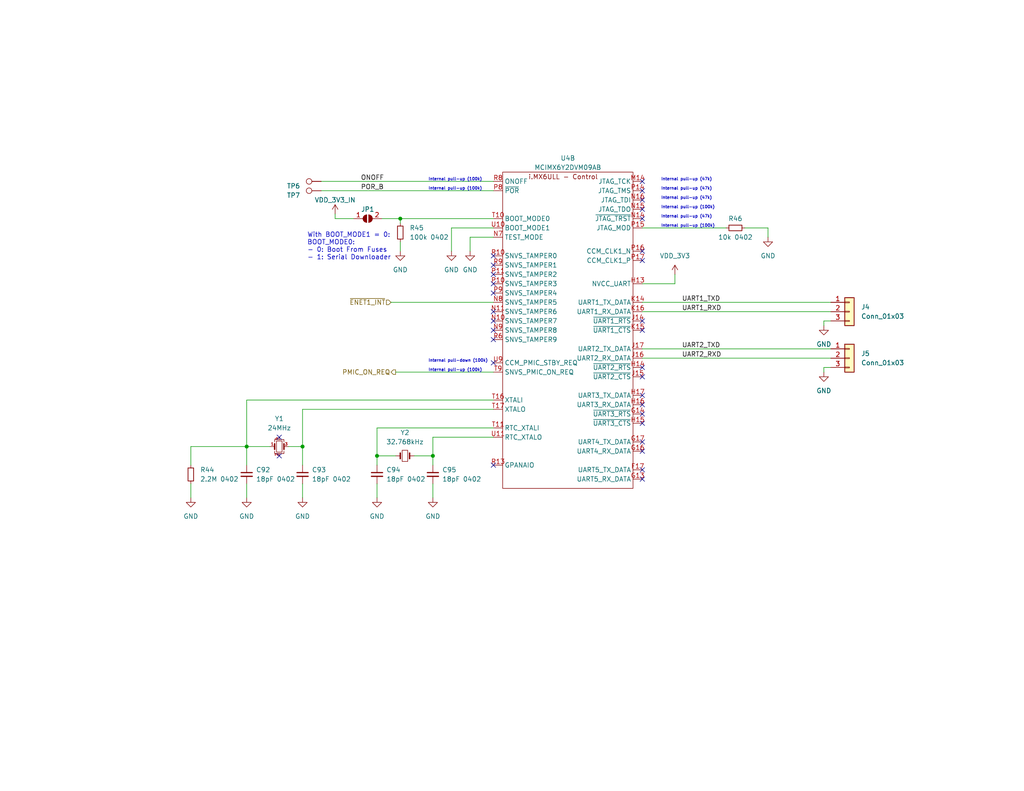
<source format=kicad_sch>
(kicad_sch (version 20211123) (generator eeschema)

  (uuid ee76667c-db7f-4965-a555-17d1153b546c)

  (paper "USLetter")

  (title_block
    (title "catfood")
    (company "Ian Kilgore")
  )

  (lib_symbols
    (symbol "Connector:TestPoint" (pin_numbers hide) (pin_names (offset 0.762) hide) (in_bom yes) (on_board yes)
      (property "Reference" "TP" (id 0) (at 0 6.858 0)
        (effects (font (size 1.27 1.27)))
      )
      (property "Value" "TestPoint" (id 1) (at 0 5.08 0)
        (effects (font (size 1.27 1.27)))
      )
      (property "Footprint" "" (id 2) (at 5.08 0 0)
        (effects (font (size 1.27 1.27)) hide)
      )
      (property "Datasheet" "~" (id 3) (at 5.08 0 0)
        (effects (font (size 1.27 1.27)) hide)
      )
      (property "ki_keywords" "test point tp" (id 4) (at 0 0 0)
        (effects (font (size 1.27 1.27)) hide)
      )
      (property "ki_description" "test point" (id 5) (at 0 0 0)
        (effects (font (size 1.27 1.27)) hide)
      )
      (property "ki_fp_filters" "Pin* Test*" (id 6) (at 0 0 0)
        (effects (font (size 1.27 1.27)) hide)
      )
      (symbol "TestPoint_0_1"
        (circle (center 0 3.302) (radius 0.762)
          (stroke (width 0) (type default) (color 0 0 0 0))
          (fill (type none))
        )
      )
      (symbol "TestPoint_1_1"
        (pin passive line (at 0 0 90) (length 2.54)
          (name "1" (effects (font (size 1.27 1.27))))
          (number "1" (effects (font (size 1.27 1.27))))
        )
      )
    )
    (symbol "Connector_Generic:Conn_01x03" (pin_names (offset 1.016) hide) (in_bom yes) (on_board yes)
      (property "Reference" "J" (id 0) (at 0 5.08 0)
        (effects (font (size 1.27 1.27)))
      )
      (property "Value" "Conn_01x03" (id 1) (at 0 -5.08 0)
        (effects (font (size 1.27 1.27)))
      )
      (property "Footprint" "" (id 2) (at 0 0 0)
        (effects (font (size 1.27 1.27)) hide)
      )
      (property "Datasheet" "~" (id 3) (at 0 0 0)
        (effects (font (size 1.27 1.27)) hide)
      )
      (property "ki_keywords" "connector" (id 4) (at 0 0 0)
        (effects (font (size 1.27 1.27)) hide)
      )
      (property "ki_description" "Generic connector, single row, 01x03, script generated (kicad-library-utils/schlib/autogen/connector/)" (id 5) (at 0 0 0)
        (effects (font (size 1.27 1.27)) hide)
      )
      (property "ki_fp_filters" "Connector*:*_1x??_*" (id 6) (at 0 0 0)
        (effects (font (size 1.27 1.27)) hide)
      )
      (symbol "Conn_01x03_1_1"
        (rectangle (start -1.27 -2.413) (end 0 -2.667)
          (stroke (width 0.1524) (type default) (color 0 0 0 0))
          (fill (type none))
        )
        (rectangle (start -1.27 0.127) (end 0 -0.127)
          (stroke (width 0.1524) (type default) (color 0 0 0 0))
          (fill (type none))
        )
        (rectangle (start -1.27 2.667) (end 0 2.413)
          (stroke (width 0.1524) (type default) (color 0 0 0 0))
          (fill (type none))
        )
        (rectangle (start -1.27 3.81) (end 1.27 -3.81)
          (stroke (width 0.254) (type default) (color 0 0 0 0))
          (fill (type background))
        )
        (pin passive line (at -5.08 2.54 0) (length 3.81)
          (name "Pin_1" (effects (font (size 1.27 1.27))))
          (number "1" (effects (font (size 1.27 1.27))))
        )
        (pin passive line (at -5.08 0 0) (length 3.81)
          (name "Pin_2" (effects (font (size 1.27 1.27))))
          (number "2" (effects (font (size 1.27 1.27))))
        )
        (pin passive line (at -5.08 -2.54 0) (length 3.81)
          (name "Pin_3" (effects (font (size 1.27 1.27))))
          (number "3" (effects (font (size 1.27 1.27))))
        )
      )
    )
    (symbol "Device:C_Small" (pin_numbers hide) (pin_names (offset 0.254) hide) (in_bom yes) (on_board yes)
      (property "Reference" "C" (id 0) (at 0.254 1.778 0)
        (effects (font (size 1.27 1.27)) (justify left))
      )
      (property "Value" "C_Small" (id 1) (at 0.254 -2.032 0)
        (effects (font (size 1.27 1.27)) (justify left))
      )
      (property "Footprint" "" (id 2) (at 0 0 0)
        (effects (font (size 1.27 1.27)) hide)
      )
      (property "Datasheet" "~" (id 3) (at 0 0 0)
        (effects (font (size 1.27 1.27)) hide)
      )
      (property "ki_keywords" "capacitor cap" (id 4) (at 0 0 0)
        (effects (font (size 1.27 1.27)) hide)
      )
      (property "ki_description" "Unpolarized capacitor, small symbol" (id 5) (at 0 0 0)
        (effects (font (size 1.27 1.27)) hide)
      )
      (property "ki_fp_filters" "C_*" (id 6) (at 0 0 0)
        (effects (font (size 1.27 1.27)) hide)
      )
      (symbol "C_Small_0_1"
        (polyline
          (pts
            (xy -1.524 -0.508)
            (xy 1.524 -0.508)
          )
          (stroke (width 0.3302) (type default) (color 0 0 0 0))
          (fill (type none))
        )
        (polyline
          (pts
            (xy -1.524 0.508)
            (xy 1.524 0.508)
          )
          (stroke (width 0.3048) (type default) (color 0 0 0 0))
          (fill (type none))
        )
      )
      (symbol "C_Small_1_1"
        (pin passive line (at 0 2.54 270) (length 2.032)
          (name "~" (effects (font (size 1.27 1.27))))
          (number "1" (effects (font (size 1.27 1.27))))
        )
        (pin passive line (at 0 -2.54 90) (length 2.032)
          (name "~" (effects (font (size 1.27 1.27))))
          (number "2" (effects (font (size 1.27 1.27))))
        )
      )
    )
    (symbol "Device:Crystal_GND24_Small" (pin_names (offset 1.016) hide) (in_bom yes) (on_board yes)
      (property "Reference" "Y" (id 0) (at 1.27 4.445 0)
        (effects (font (size 1.27 1.27)) (justify left))
      )
      (property "Value" "Crystal_GND24_Small" (id 1) (at 1.27 2.54 0)
        (effects (font (size 1.27 1.27)) (justify left))
      )
      (property "Footprint" "" (id 2) (at 0 0 0)
        (effects (font (size 1.27 1.27)) hide)
      )
      (property "Datasheet" "~" (id 3) (at 0 0 0)
        (effects (font (size 1.27 1.27)) hide)
      )
      (property "ki_keywords" "quartz ceramic resonator oscillator" (id 4) (at 0 0 0)
        (effects (font (size 1.27 1.27)) hide)
      )
      (property "ki_description" "Four pin crystal, GND on pins 2 and 4, small symbol" (id 5) (at 0 0 0)
        (effects (font (size 1.27 1.27)) hide)
      )
      (property "ki_fp_filters" "Crystal*" (id 6) (at 0 0 0)
        (effects (font (size 1.27 1.27)) hide)
      )
      (symbol "Crystal_GND24_Small_0_1"
        (rectangle (start -0.762 -1.524) (end 0.762 1.524)
          (stroke (width 0) (type default) (color 0 0 0 0))
          (fill (type none))
        )
        (polyline
          (pts
            (xy -1.27 -0.762)
            (xy -1.27 0.762)
          )
          (stroke (width 0.381) (type default) (color 0 0 0 0))
          (fill (type none))
        )
        (polyline
          (pts
            (xy 1.27 -0.762)
            (xy 1.27 0.762)
          )
          (stroke (width 0.381) (type default) (color 0 0 0 0))
          (fill (type none))
        )
        (polyline
          (pts
            (xy -1.27 -1.27)
            (xy -1.27 -1.905)
            (xy 1.27 -1.905)
            (xy 1.27 -1.27)
          )
          (stroke (width 0) (type default) (color 0 0 0 0))
          (fill (type none))
        )
        (polyline
          (pts
            (xy -1.27 1.27)
            (xy -1.27 1.905)
            (xy 1.27 1.905)
            (xy 1.27 1.27)
          )
          (stroke (width 0) (type default) (color 0 0 0 0))
          (fill (type none))
        )
      )
      (symbol "Crystal_GND24_Small_1_1"
        (pin passive line (at -2.54 0 0) (length 1.27)
          (name "1" (effects (font (size 1.27 1.27))))
          (number "1" (effects (font (size 0.762 0.762))))
        )
        (pin passive line (at 0 -2.54 90) (length 0.635)
          (name "2" (effects (font (size 1.27 1.27))))
          (number "2" (effects (font (size 0.762 0.762))))
        )
        (pin passive line (at 2.54 0 180) (length 1.27)
          (name "3" (effects (font (size 1.27 1.27))))
          (number "3" (effects (font (size 0.762 0.762))))
        )
        (pin passive line (at 0 2.54 270) (length 0.635)
          (name "4" (effects (font (size 1.27 1.27))))
          (number "4" (effects (font (size 0.762 0.762))))
        )
      )
    )
    (symbol "Device:Crystal_Small" (pin_numbers hide) (pin_names (offset 1.016) hide) (in_bom yes) (on_board yes)
      (property "Reference" "Y" (id 0) (at 0 2.54 0)
        (effects (font (size 1.27 1.27)))
      )
      (property "Value" "Crystal_Small" (id 1) (at 0 -2.54 0)
        (effects (font (size 1.27 1.27)))
      )
      (property "Footprint" "" (id 2) (at 0 0 0)
        (effects (font (size 1.27 1.27)) hide)
      )
      (property "Datasheet" "~" (id 3) (at 0 0 0)
        (effects (font (size 1.27 1.27)) hide)
      )
      (property "ki_keywords" "quartz ceramic resonator oscillator" (id 4) (at 0 0 0)
        (effects (font (size 1.27 1.27)) hide)
      )
      (property "ki_description" "Two pin crystal, small symbol" (id 5) (at 0 0 0)
        (effects (font (size 1.27 1.27)) hide)
      )
      (property "ki_fp_filters" "Crystal*" (id 6) (at 0 0 0)
        (effects (font (size 1.27 1.27)) hide)
      )
      (symbol "Crystal_Small_0_1"
        (rectangle (start -0.762 -1.524) (end 0.762 1.524)
          (stroke (width 0) (type default) (color 0 0 0 0))
          (fill (type none))
        )
        (polyline
          (pts
            (xy -1.27 -0.762)
            (xy -1.27 0.762)
          )
          (stroke (width 0.381) (type default) (color 0 0 0 0))
          (fill (type none))
        )
        (polyline
          (pts
            (xy 1.27 -0.762)
            (xy 1.27 0.762)
          )
          (stroke (width 0.381) (type default) (color 0 0 0 0))
          (fill (type none))
        )
      )
      (symbol "Crystal_Small_1_1"
        (pin passive line (at -2.54 0 0) (length 1.27)
          (name "1" (effects (font (size 1.27 1.27))))
          (number "1" (effects (font (size 1.27 1.27))))
        )
        (pin passive line (at 2.54 0 180) (length 1.27)
          (name "2" (effects (font (size 1.27 1.27))))
          (number "2" (effects (font (size 1.27 1.27))))
        )
      )
    )
    (symbol "Device:R_Small" (pin_numbers hide) (pin_names (offset 0.254) hide) (in_bom yes) (on_board yes)
      (property "Reference" "R" (id 0) (at 0.762 0.508 0)
        (effects (font (size 1.27 1.27)) (justify left))
      )
      (property "Value" "R_Small" (id 1) (at 0.762 -1.016 0)
        (effects (font (size 1.27 1.27)) (justify left))
      )
      (property "Footprint" "" (id 2) (at 0 0 0)
        (effects (font (size 1.27 1.27)) hide)
      )
      (property "Datasheet" "~" (id 3) (at 0 0 0)
        (effects (font (size 1.27 1.27)) hide)
      )
      (property "ki_keywords" "R resistor" (id 4) (at 0 0 0)
        (effects (font (size 1.27 1.27)) hide)
      )
      (property "ki_description" "Resistor, small symbol" (id 5) (at 0 0 0)
        (effects (font (size 1.27 1.27)) hide)
      )
      (property "ki_fp_filters" "R_*" (id 6) (at 0 0 0)
        (effects (font (size 1.27 1.27)) hide)
      )
      (symbol "R_Small_0_1"
        (rectangle (start -0.762 1.778) (end 0.762 -1.778)
          (stroke (width 0.2032) (type default) (color 0 0 0 0))
          (fill (type none))
        )
      )
      (symbol "R_Small_1_1"
        (pin passive line (at 0 2.54 270) (length 0.762)
          (name "~" (effects (font (size 1.27 1.27))))
          (number "1" (effects (font (size 1.27 1.27))))
        )
        (pin passive line (at 0 -2.54 90) (length 0.762)
          (name "~" (effects (font (size 1.27 1.27))))
          (number "2" (effects (font (size 1.27 1.27))))
        )
      )
    )
    (symbol "Jumper:SolderJumper_2_Open" (pin_names (offset 0) hide) (in_bom yes) (on_board yes)
      (property "Reference" "JP" (id 0) (at 0 2.032 0)
        (effects (font (size 1.27 1.27)))
      )
      (property "Value" "SolderJumper_2_Open" (id 1) (at 0 -2.54 0)
        (effects (font (size 1.27 1.27)))
      )
      (property "Footprint" "" (id 2) (at 0 0 0)
        (effects (font (size 1.27 1.27)) hide)
      )
      (property "Datasheet" "~" (id 3) (at 0 0 0)
        (effects (font (size 1.27 1.27)) hide)
      )
      (property "ki_keywords" "solder jumper SPST" (id 4) (at 0 0 0)
        (effects (font (size 1.27 1.27)) hide)
      )
      (property "ki_description" "Solder Jumper, 2-pole, open" (id 5) (at 0 0 0)
        (effects (font (size 1.27 1.27)) hide)
      )
      (property "ki_fp_filters" "SolderJumper*Open*" (id 6) (at 0 0 0)
        (effects (font (size 1.27 1.27)) hide)
      )
      (symbol "SolderJumper_2_Open_0_1"
        (arc (start -0.254 1.016) (mid -1.27 0) (end -0.254 -1.016)
          (stroke (width 0) (type default) (color 0 0 0 0))
          (fill (type none))
        )
        (arc (start -0.254 1.016) (mid -1.27 0) (end -0.254 -1.016)
          (stroke (width 0) (type default) (color 0 0 0 0))
          (fill (type outline))
        )
        (polyline
          (pts
            (xy -0.254 1.016)
            (xy -0.254 -1.016)
          )
          (stroke (width 0) (type default) (color 0 0 0 0))
          (fill (type none))
        )
        (polyline
          (pts
            (xy 0.254 1.016)
            (xy 0.254 -1.016)
          )
          (stroke (width 0) (type default) (color 0 0 0 0))
          (fill (type none))
        )
        (arc (start 0.254 -1.016) (mid 1.27 0) (end 0.254 1.016)
          (stroke (width 0) (type default) (color 0 0 0 0))
          (fill (type none))
        )
        (arc (start 0.254 -1.016) (mid 1.27 0) (end 0.254 1.016)
          (stroke (width 0) (type default) (color 0 0 0 0))
          (fill (type outline))
        )
      )
      (symbol "SolderJumper_2_Open_1_1"
        (pin passive line (at -3.81 0 0) (length 2.54)
          (name "A" (effects (font (size 1.27 1.27))))
          (number "1" (effects (font (size 1.27 1.27))))
        )
        (pin passive line (at 3.81 0 180) (length 2.54)
          (name "B" (effects (font (size 1.27 1.27))))
          (number "2" (effects (font (size 1.27 1.27))))
        )
      )
    )
    (symbol "catfood:MCIMX6YxxVMxxxx" (in_bom yes) (on_board yes)
      (property "Reference" "U" (id 0) (at -19.05 27.94 0)
        (effects (font (size 1.27 1.27)))
      )
      (property "Value" "MCIMX6YxxVMxxxx" (id 1) (at 10.16 27.94 0)
        (effects (font (size 1.27 1.27)))
      )
      (property "Footprint" "" (id 2) (at -10.16 19.05 0)
        (effects (font (size 1.27 1.27)) hide)
      )
      (property "Datasheet" "" (id 3) (at -10.16 19.05 0)
        (effects (font (size 1.27 1.27)) hide)
      )
      (property "ki_locked" "" (id 4) (at 0 0 0)
        (effects (font (size 1.27 1.27)))
      )
      (property "ki_description" "NXP i.MX6ULL, 14x14mm 0.8mm-pitch BGA" (id 5) (at 0 0 0)
        (effects (font (size 1.27 1.27)) hide)
      )
      (symbol "MCIMX6YxxVMxxxx_1_0"
        (text "i.MX6ULL - Power" (at -1.27 25.4 0)
          (effects (font (size 1.27 1.27)))
        )
        (pin passive line (at -17.78 -29.21 0) (length 2.54) hide
          (name "VSS" (effects (font (size 1.27 1.27))))
          (number "A1" (effects (font (size 1.27 1.27))))
        )
        (pin passive line (at -17.78 -29.21 0) (length 2.54) hide
          (name "VSS" (effects (font (size 1.27 1.27))))
          (number "A17" (effects (font (size 1.27 1.27))))
        )
        (pin power_in line (at -17.78 -29.21 0) (length 2.54)
          (name "VSS" (effects (font (size 1.27 1.27))))
          (number "C11" (effects (font (size 1.27 1.27))))
        )
        (pin passive line (at -17.78 -29.21 0) (length 2.54) hide
          (name "VSS" (effects (font (size 1.27 1.27))))
          (number "C15" (effects (font (size 1.27 1.27))))
        )
        (pin passive line (at -17.78 -29.21 0) (length 2.54) hide
          (name "VSS" (effects (font (size 1.27 1.27))))
          (number "C3" (effects (font (size 1.27 1.27))))
        )
        (pin passive line (at -17.78 -29.21 0) (length 2.54) hide
          (name "VSS" (effects (font (size 1.27 1.27))))
          (number "C7" (effects (font (size 1.27 1.27))))
        )
        (pin passive line (at -17.78 -29.21 0) (length 2.54) hide
          (name "VSS" (effects (font (size 1.27 1.27))))
          (number "E11" (effects (font (size 1.27 1.27))))
        )
        (pin passive line (at -17.78 -29.21 0) (length 2.54) hide
          (name "VSS" (effects (font (size 1.27 1.27))))
          (number "E8" (effects (font (size 1.27 1.27))))
        )
        (pin passive line (at -17.78 -29.21 0) (length 2.54) hide
          (name "VSS" (effects (font (size 1.27 1.27))))
          (number "F10" (effects (font (size 1.27 1.27))))
        )
        (pin passive line (at -17.78 -29.21 0) (length 2.54) hide
          (name "VSS" (effects (font (size 1.27 1.27))))
          (number "F11" (effects (font (size 1.27 1.27))))
        )
        (pin passive line (at -17.78 -29.21 0) (length 2.54) hide
          (name "VSS" (effects (font (size 1.27 1.27))))
          (number "F12" (effects (font (size 1.27 1.27))))
        )
        (pin passive line (at -17.78 -29.21 0) (length 2.54) hide
          (name "VSS" (effects (font (size 1.27 1.27))))
          (number "F6" (effects (font (size 1.27 1.27))))
        )
        (pin passive line (at -17.78 -29.21 0) (length 2.54) hide
          (name "VSS" (effects (font (size 1.27 1.27))))
          (number "F7" (effects (font (size 1.27 1.27))))
        )
        (pin passive line (at -17.78 -29.21 0) (length 2.54) hide
          (name "VSS" (effects (font (size 1.27 1.27))))
          (number "F8" (effects (font (size 1.27 1.27))))
        )
        (pin passive line (at -17.78 -29.21 0) (length 2.54) hide
          (name "VSS" (effects (font (size 1.27 1.27))))
          (number "F9" (effects (font (size 1.27 1.27))))
        )
        (pin passive line (at 17.78 19.05 180) (length 2.54)
          (name "VDD_ARM_CAP" (effects (font (size 1.27 1.27))))
          (number "G10" (effects (font (size 1.27 1.27))))
        )
        (pin passive line (at 17.78 19.05 180) (length 2.54) hide
          (name "VDD_ARM_CAP" (effects (font (size 1.27 1.27))))
          (number "G11" (effects (font (size 1.27 1.27))))
        )
        (pin passive line (at -17.78 -29.21 0) (length 2.54) hide
          (name "VSS" (effects (font (size 1.27 1.27))))
          (number "G12" (effects (font (size 1.27 1.27))))
        )
        (pin passive line (at -17.78 -29.21 0) (length 2.54) hide
          (name "VSS" (effects (font (size 1.27 1.27))))
          (number "G15" (effects (font (size 1.27 1.27))))
        )
        (pin passive line (at -17.78 -29.21 0) (length 2.54) hide
          (name "VSS" (effects (font (size 1.27 1.27))))
          (number "G3" (effects (font (size 1.27 1.27))))
        )
        (pin passive line (at -17.78 -29.21 0) (length 2.54) hide
          (name "VSS" (effects (font (size 1.27 1.27))))
          (number "G5" (effects (font (size 1.27 1.27))))
        )
        (pin passive line (at -17.78 -29.21 0) (length 2.54) hide
          (name "VSS" (effects (font (size 1.27 1.27))))
          (number "G7" (effects (font (size 1.27 1.27))))
        )
        (pin passive line (at 17.78 1.27 180) (length 2.54)
          (name "VDD_SOC_CAP" (effects (font (size 1.27 1.27))))
          (number "G8" (effects (font (size 1.27 1.27))))
        )
        (pin passive line (at 17.78 19.05 180) (length 2.54) hide
          (name "VDD_ARM_CAP" (effects (font (size 1.27 1.27))))
          (number "G9" (effects (font (size 1.27 1.27))))
        )
        (pin power_in line (at -17.78 19.05 0) (length 2.54)
          (name "VDD_SOC_IN" (effects (font (size 1.27 1.27))))
          (number "H10" (effects (font (size 1.27 1.27))))
        )
        (pin passive line (at 17.78 19.05 180) (length 2.54) hide
          (name "VDD_ARM_CAP" (effects (font (size 1.27 1.27))))
          (number "H11" (effects (font (size 1.27 1.27))))
        )
        (pin passive line (at -17.78 -29.21 0) (length 2.54) hide
          (name "VSS" (effects (font (size 1.27 1.27))))
          (number "H12" (effects (font (size 1.27 1.27))))
        )
        (pin passive line (at -17.78 -29.21 0) (length 2.54) hide
          (name "VSS" (effects (font (size 1.27 1.27))))
          (number "H7" (effects (font (size 1.27 1.27))))
        )
        (pin passive line (at 17.78 1.27 180) (length 2.54) hide
          (name "VDD_SOC_CAP" (effects (font (size 1.27 1.27))))
          (number "H8" (effects (font (size 1.27 1.27))))
        )
        (pin passive line (at -17.78 19.05 0) (length 2.54) hide
          (name "VDD_SOC_IN" (effects (font (size 1.27 1.27))))
          (number "H9" (effects (font (size 1.27 1.27))))
        )
        (pin passive line (at -17.78 19.05 0) (length 2.54) hide
          (name "VDD_SOC_IN" (effects (font (size 1.27 1.27))))
          (number "J10" (effects (font (size 1.27 1.27))))
        )
        (pin passive line (at 17.78 1.27 180) (length 2.54) hide
          (name "VDD_SOC_CAP" (effects (font (size 1.27 1.27))))
          (number "J11" (effects (font (size 1.27 1.27))))
        )
        (pin passive line (at -17.78 -29.21 0) (length 2.54) hide
          (name "VSS" (effects (font (size 1.27 1.27))))
          (number "J12" (effects (font (size 1.27 1.27))))
        )
        (pin passive line (at -17.78 -29.21 0) (length 2.54) hide
          (name "VSS" (effects (font (size 1.27 1.27))))
          (number "J5" (effects (font (size 1.27 1.27))))
        )
        (pin passive line (at -17.78 -29.21 0) (length 2.54) hide
          (name "VSS" (effects (font (size 1.27 1.27))))
          (number "J7" (effects (font (size 1.27 1.27))))
        )
        (pin passive line (at 17.78 1.27 180) (length 2.54) hide
          (name "VDD_SOC_CAP" (effects (font (size 1.27 1.27))))
          (number "J8" (effects (font (size 1.27 1.27))))
        )
        (pin passive line (at -17.78 19.05 0) (length 2.54) hide
          (name "VDD_SOC_IN" (effects (font (size 1.27 1.27))))
          (number "J9" (effects (font (size 1.27 1.27))))
        )
        (pin passive line (at -17.78 19.05 0) (length 2.54) hide
          (name "VDD_SOC_IN" (effects (font (size 1.27 1.27))))
          (number "K10" (effects (font (size 1.27 1.27))))
        )
        (pin passive line (at 17.78 1.27 180) (length 2.54) hide
          (name "VDD_SOC_CAP" (effects (font (size 1.27 1.27))))
          (number "K11" (effects (font (size 1.27 1.27))))
        )
        (pin passive line (at -17.78 -29.21 0) (length 2.54) hide
          (name "VSS" (effects (font (size 1.27 1.27))))
          (number "K12" (effects (font (size 1.27 1.27))))
        )
        (pin passive line (at -17.78 -29.21 0) (length 2.54) hide
          (name "VSS" (effects (font (size 1.27 1.27))))
          (number "K7" (effects (font (size 1.27 1.27))))
        )
        (pin passive line (at 17.78 1.27 180) (length 2.54) hide
          (name "VDD_SOC_CAP" (effects (font (size 1.27 1.27))))
          (number "K8" (effects (font (size 1.27 1.27))))
        )
        (pin passive line (at -17.78 19.05 0) (length 2.54) hide
          (name "VDD_SOC_IN" (effects (font (size 1.27 1.27))))
          (number "K9" (effects (font (size 1.27 1.27))))
        )
        (pin passive line (at 17.78 1.27 180) (length 2.54) hide
          (name "VDD_SOC_CAP" (effects (font (size 1.27 1.27))))
          (number "L10" (effects (font (size 1.27 1.27))))
        )
        (pin passive line (at 17.78 1.27 180) (length 2.54) hide
          (name "VDD_SOC_CAP" (effects (font (size 1.27 1.27))))
          (number "L11" (effects (font (size 1.27 1.27))))
        )
        (pin passive line (at -17.78 -29.21 0) (length 2.54) hide
          (name "VSS" (effects (font (size 1.27 1.27))))
          (number "L12" (effects (font (size 1.27 1.27))))
        )
        (pin passive line (at -17.78 -29.21 0) (length 2.54) hide
          (name "VSS" (effects (font (size 1.27 1.27))))
          (number "L3" (effects (font (size 1.27 1.27))))
        )
        (pin passive line (at -17.78 -29.21 0) (length 2.54) hide
          (name "VSS" (effects (font (size 1.27 1.27))))
          (number "L7" (effects (font (size 1.27 1.27))))
        )
        (pin passive line (at 17.78 1.27 180) (length 2.54) hide
          (name "VDD_SOC_CAP" (effects (font (size 1.27 1.27))))
          (number "L8" (effects (font (size 1.27 1.27))))
        )
        (pin passive line (at 17.78 1.27 180) (length 2.54) hide
          (name "VDD_SOC_CAP" (effects (font (size 1.27 1.27))))
          (number "L9" (effects (font (size 1.27 1.27))))
        )
        (pin passive line (at -17.78 -29.21 0) (length 2.54) hide
          (name "VSS" (effects (font (size 1.27 1.27))))
          (number "M10" (effects (font (size 1.27 1.27))))
        )
        (pin passive line (at -17.78 -29.21 0) (length 2.54) hide
          (name "VSS" (effects (font (size 1.27 1.27))))
          (number "M11" (effects (font (size 1.27 1.27))))
        )
        (pin power_in line (at -17.78 -26.67 0) (length 2.54)
          (name "NGND_KEL0" (effects (font (size 1.27 1.27))))
          (number "M12" (effects (font (size 1.27 1.27))))
        )
        (pin passive line (at -17.78 -29.21 0) (length 2.54) hide
          (name "VSS" (effects (font (size 1.27 1.27))))
          (number "M7" (effects (font (size 1.27 1.27))))
        )
        (pin passive line (at -17.78 -29.21 0) (length 2.54) hide
          (name "VSS" (effects (font (size 1.27 1.27))))
          (number "M8" (effects (font (size 1.27 1.27))))
        )
        (pin passive line (at -17.78 -29.21 0) (length 2.54) hide
          (name "VSS" (effects (font (size 1.27 1.27))))
          (number "M9" (effects (font (size 1.27 1.27))))
        )
        (pin passive line (at 17.78 -29.21 180) (length 2.54)
          (name "VDD_SNVS_CAP" (effects (font (size 1.27 1.27))))
          (number "N12" (effects (font (size 1.27 1.27))))
        )
        (pin power_in line (at -17.78 1.27 0) (length 2.54)
          (name "VDD_HIGH_IN" (effects (font (size 1.27 1.27))))
          (number "N13" (effects (font (size 1.27 1.27))))
        )
        (pin passive line (at -17.78 -29.21 0) (length 2.54) hide
          (name "VSS" (effects (font (size 1.27 1.27))))
          (number "N3" (effects (font (size 1.27 1.27))))
        )
        (pin passive line (at -17.78 -29.21 0) (length 2.54) hide
          (name "VSS" (effects (font (size 1.27 1.27))))
          (number "N5" (effects (font (size 1.27 1.27))))
        )
        (pin power_in line (at -17.78 -13.97 0) (length 2.54)
          (name "VDD_SNVS_IN" (effects (font (size 1.27 1.27))))
          (number "P12" (effects (font (size 1.27 1.27))))
        )
        (pin passive line (at 17.78 -24.13 180) (length 2.54)
          (name "NVCC_PLL" (effects (font (size 1.27 1.27))))
          (number "P13" (effects (font (size 1.27 1.27))))
        )
        (pin passive line (at -17.78 -29.21 0) (length 2.54) hide
          (name "VSS" (effects (font (size 1.27 1.27))))
          (number "R11" (effects (font (size 1.27 1.27))))
        )
        (pin passive line (at 17.78 -13.97 180) (length 2.54)
          (name "VDD_HIGH_CAP" (effects (font (size 1.27 1.27))))
          (number "R14" (effects (font (size 1.27 1.27))))
        )
        (pin passive line (at 17.78 -13.97 180) (length 2.54) hide
          (name "VDD_HIGH_CAP" (effects (font (size 1.27 1.27))))
          (number "R15" (effects (font (size 1.27 1.27))))
        )
        (pin passive line (at -17.78 -29.21 0) (length 2.54) hide
          (name "VSS" (effects (font (size 1.27 1.27))))
          (number "R16" (effects (font (size 1.27 1.27))))
        )
        (pin passive line (at -17.78 -29.21 0) (length 2.54) hide
          (name "VSS" (effects (font (size 1.27 1.27))))
          (number "R17" (effects (font (size 1.27 1.27))))
        )
        (pin passive line (at -17.78 -29.21 0) (length 2.54) hide
          (name "VSS" (effects (font (size 1.27 1.27))))
          (number "R3" (effects (font (size 1.27 1.27))))
        )
        (pin passive line (at -17.78 -29.21 0) (length 2.54) hide
          (name "VSS" (effects (font (size 1.27 1.27))))
          (number "R5" (effects (font (size 1.27 1.27))))
        )
        (pin passive line (at -17.78 -29.21 0) (length 2.54) hide
          (name "VSS" (effects (font (size 1.27 1.27))))
          (number "R7" (effects (font (size 1.27 1.27))))
        )
        (pin passive line (at -17.78 -29.21 0) (length 2.54) hide
          (name "VSS" (effects (font (size 1.27 1.27))))
          (number "T14" (effects (font (size 1.27 1.27))))
        )
        (pin passive line (at -17.78 -29.21 0) (length 2.54) hide
          (name "VSS" (effects (font (size 1.27 1.27))))
          (number "U1" (effects (font (size 1.27 1.27))))
        )
        (pin passive line (at -17.78 -29.21 0) (length 2.54) hide
          (name "VSS" (effects (font (size 1.27 1.27))))
          (number "U14" (effects (font (size 1.27 1.27))))
        )
        (pin passive line (at -17.78 -29.21 0) (length 2.54) hide
          (name "VSS" (effects (font (size 1.27 1.27))))
          (number "U17" (effects (font (size 1.27 1.27))))
        )
      )
      (symbol "MCIMX6YxxVMxxxx_1_1"
        (rectangle (start -15.24 26.67) (end 15.24 -31.75)
          (stroke (width 0) (type default) (color 0 0 0 0))
          (fill (type none))
        )
      )
      (symbol "MCIMX6YxxVMxxxx_2_0"
        (rectangle (start -20.32 25.4) (end 15.24 -60.96)
          (stroke (width 0) (type default) (color 0 0 0 0))
          (fill (type none))
        )
        (text "i.MX6ULL - Control" (at -3.81 24.13 0)
          (effects (font (size 1.27 1.27)))
        )
        (pin output line (at 17.78 -55.88 180) (length 2.54)
          (name "UART5_TX_DATA" (effects (font (size 1.27 1.27))))
          (number "F17" (effects (font (size 1.27 1.27))))
        )
        (pin input line (at 17.78 -58.42 180) (length 2.54)
          (name "UART5_RX_DATA" (effects (font (size 1.27 1.27))))
          (number "G13" (effects (font (size 1.27 1.27))))
        )
        (pin input line (at 17.78 -40.64 180) (length 2.54)
          (name "~{UART3_RTS}" (effects (font (size 1.27 1.27))))
          (number "G14" (effects (font (size 1.27 1.27))))
        )
        (pin input line (at 17.78 -50.8 180) (length 2.54)
          (name "UART4_RX_DATA" (effects (font (size 1.27 1.27))))
          (number "G16" (effects (font (size 1.27 1.27))))
        )
        (pin output line (at 17.78 -48.26 180) (length 2.54)
          (name "UART4_TX_DATA" (effects (font (size 1.27 1.27))))
          (number "G17" (effects (font (size 1.27 1.27))))
        )
        (pin passive line (at 17.78 -5.08 180) (length 2.54)
          (name "NVCC_UART" (effects (font (size 1.27 1.27))))
          (number "H13" (effects (font (size 1.27 1.27))))
        )
        (pin input line (at 17.78 -27.94 180) (length 2.54)
          (name "~{UART2_RTS}" (effects (font (size 1.27 1.27))))
          (number "H14" (effects (font (size 1.27 1.27))))
        )
        (pin output line (at 17.78 -43.18 180) (length 2.54)
          (name "~{UART3_CTS}" (effects (font (size 1.27 1.27))))
          (number "H15" (effects (font (size 1.27 1.27))))
        )
        (pin input line (at 17.78 -38.1 180) (length 2.54)
          (name "UART3_RX_DATA" (effects (font (size 1.27 1.27))))
          (number "H16" (effects (font (size 1.27 1.27))))
        )
        (pin output line (at 17.78 -35.56 180) (length 2.54)
          (name "UART3_TX_DATA" (effects (font (size 1.27 1.27))))
          (number "H17" (effects (font (size 1.27 1.27))))
        )
        (pin input line (at 17.78 -15.24 180) (length 2.54)
          (name "~{UART1_RTS}" (effects (font (size 1.27 1.27))))
          (number "J14" (effects (font (size 1.27 1.27))))
        )
        (pin output line (at 17.78 -30.48 180) (length 2.54)
          (name "~{UART2_CTS}" (effects (font (size 1.27 1.27))))
          (number "J15" (effects (font (size 1.27 1.27))))
        )
        (pin input line (at 17.78 -25.4 180) (length 2.54)
          (name "UART2_RX_DATA" (effects (font (size 1.27 1.27))))
          (number "J16" (effects (font (size 1.27 1.27))))
        )
        (pin output line (at 17.78 -22.86 180) (length 2.54)
          (name "UART2_TX_DATA" (effects (font (size 1.27 1.27))))
          (number "J17" (effects (font (size 1.27 1.27))))
        )
        (pin output line (at 17.78 -10.16 180) (length 2.54)
          (name "UART1_TX_DATA" (effects (font (size 1.27 1.27))))
          (number "K14" (effects (font (size 1.27 1.27))))
        )
        (pin output line (at 17.78 -17.78 180) (length 2.54)
          (name "~{UART1_CTS}" (effects (font (size 1.27 1.27))))
          (number "K15" (effects (font (size 1.27 1.27))))
        )
        (pin input line (at 17.78 -12.7 180) (length 2.54)
          (name "UART1_RX_DATA" (effects (font (size 1.27 1.27))))
          (number "K16" (effects (font (size 1.27 1.27))))
        )
        (pin passive line (at 17.78 22.86 180) (length 2.54)
          (name "JTAG_TCK" (effects (font (size 1.27 1.27))))
          (number "M14" (effects (font (size 1.27 1.27))))
        )
        (pin passive line (at -22.86 -15.24 0) (length 2.54)
          (name "SNVS_TAMPER7" (effects (font (size 1.27 1.27))))
          (number "N10" (effects (font (size 1.27 1.27))))
        )
        (pin passive line (at -22.86 -12.7 0) (length 2.54)
          (name "SNVS_TAMPER6" (effects (font (size 1.27 1.27))))
          (number "N11" (effects (font (size 1.27 1.27))))
        )
        (pin passive line (at 17.78 12.7 180) (length 2.54)
          (name "~{JTAG_TRST}" (effects (font (size 1.27 1.27))))
          (number "N14" (effects (font (size 1.27 1.27))))
        )
        (pin passive line (at 17.78 15.24 180) (length 2.54)
          (name "JTAG_TDO" (effects (font (size 1.27 1.27))))
          (number "N15" (effects (font (size 1.27 1.27))))
        )
        (pin passive line (at 17.78 17.78 180) (length 2.54)
          (name "JTAG_TDI" (effects (font (size 1.27 1.27))))
          (number "N16" (effects (font (size 1.27 1.27))))
        )
        (pin passive line (at -22.86 7.62 0) (length 2.54)
          (name "TEST_MODE" (effects (font (size 1.27 1.27))))
          (number "N7" (effects (font (size 1.27 1.27))))
        )
        (pin passive line (at -22.86 -10.16 0) (length 2.54)
          (name "SNVS_TAMPER5" (effects (font (size 1.27 1.27))))
          (number "N8" (effects (font (size 1.27 1.27))))
        )
        (pin passive line (at -22.86 -17.78 0) (length 2.54)
          (name "SNVS_TAMPER8" (effects (font (size 1.27 1.27))))
          (number "N9" (effects (font (size 1.27 1.27))))
        )
        (pin passive line (at -22.86 -5.08 0) (length 2.54)
          (name "SNVS_TAMPER3" (effects (font (size 1.27 1.27))))
          (number "P10" (effects (font (size 1.27 1.27))))
        )
        (pin passive line (at -22.86 -2.54 0) (length 2.54)
          (name "SNVS_TAMPER2" (effects (font (size 1.27 1.27))))
          (number "P11" (effects (font (size 1.27 1.27))))
        )
        (pin passive line (at 17.78 20.32 180) (length 2.54)
          (name "JTAG_TMS" (effects (font (size 1.27 1.27))))
          (number "P14" (effects (font (size 1.27 1.27))))
        )
        (pin passive line (at 17.78 10.16 180) (length 2.54)
          (name "JTAG_MOD" (effects (font (size 1.27 1.27))))
          (number "P15" (effects (font (size 1.27 1.27))))
        )
        (pin passive line (at 17.78 3.81 180) (length 2.54)
          (name "CCM_CLK1_N" (effects (font (size 1.27 1.27))))
          (number "P16" (effects (font (size 1.27 1.27))))
        )
        (pin passive line (at 17.78 1.27 180) (length 2.54)
          (name "CCM_CLK1_P" (effects (font (size 1.27 1.27))))
          (number "P17" (effects (font (size 1.27 1.27))))
        )
        (pin input line (at -22.86 20.32 0) (length 2.54)
          (name "~{POR}" (effects (font (size 1.27 1.27))))
          (number "P8" (effects (font (size 1.27 1.27))))
        )
        (pin passive line (at -22.86 -7.62 0) (length 2.54)
          (name "SNVS_TAMPER4" (effects (font (size 1.27 1.27))))
          (number "P9" (effects (font (size 1.27 1.27))))
        )
        (pin passive line (at -22.86 2.54 0) (length 2.54)
          (name "SNVS_TAMPER0" (effects (font (size 1.27 1.27))))
          (number "R10" (effects (font (size 1.27 1.27))))
        )
        (pin passive line (at -22.86 -54.61 0) (length 2.54)
          (name "GPANAIO" (effects (font (size 1.27 1.27))))
          (number "R13" (effects (font (size 1.27 1.27))))
        )
        (pin passive line (at -22.86 -20.32 0) (length 2.54)
          (name "SNVS_TAMPER9" (effects (font (size 1.27 1.27))))
          (number "R6" (effects (font (size 1.27 1.27))))
        )
        (pin input line (at -22.86 22.86 0) (length 2.54)
          (name "ONOFF" (effects (font (size 1.27 1.27))))
          (number "R8" (effects (font (size 1.27 1.27))))
        )
        (pin passive line (at -22.86 0 0) (length 2.54)
          (name "SNVS_TAMPER1" (effects (font (size 1.27 1.27))))
          (number "R9" (effects (font (size 1.27 1.27))))
        )
        (pin input line (at -22.86 12.7 0) (length 2.54)
          (name "BOOT_MODE0" (effects (font (size 1.27 1.27))))
          (number "T10" (effects (font (size 1.27 1.27))))
        )
        (pin passive line (at -22.86 -44.45 0) (length 2.54)
          (name "RTC_XTALI" (effects (font (size 1.27 1.27))))
          (number "T11" (effects (font (size 1.27 1.27))))
        )
        (pin passive line (at -22.86 -36.83 0) (length 2.54)
          (name "XTALI" (effects (font (size 1.27 1.27))))
          (number "T16" (effects (font (size 1.27 1.27))))
        )
        (pin passive line (at -22.86 -39.37 0) (length 2.54)
          (name "XTALO" (effects (font (size 1.27 1.27))))
          (number "T17" (effects (font (size 1.27 1.27))))
        )
        (pin passive line (at -22.86 -29.21 0) (length 2.54)
          (name "SNVS_PMIC_ON_REQ" (effects (font (size 1.27 1.27))))
          (number "T9" (effects (font (size 1.27 1.27))))
        )
        (pin input line (at -22.86 10.16 0) (length 2.54)
          (name "BOOT_MODE1" (effects (font (size 1.27 1.27))))
          (number "U10" (effects (font (size 1.27 1.27))))
        )
        (pin passive line (at -22.86 -46.99 0) (length 2.54)
          (name "RTC_XTALO" (effects (font (size 1.27 1.27))))
          (number "U11" (effects (font (size 1.27 1.27))))
        )
        (pin output line (at -22.86 -26.67 0) (length 2.54)
          (name "CCM_PMIC_STBY_REQ" (effects (font (size 1.27 1.27))))
          (number "U9" (effects (font (size 1.27 1.27))))
        )
      )
      (symbol "MCIMX6YxxVMxxxx_3_0"
        (text "i.MX6ULL - DDR" (at -1.27 25.4 0)
          (effects (font (size 1.27 1.27)))
        )
        (pin output line (at 17.78 -36.83 180) (length 2.54)
          (name "DRAM_ODT1" (effects (font (size 1.27 1.27))))
          (number "F1" (effects (font (size 1.27 1.27))))
        )
        (pin output line (at -17.78 -13.97 0) (length 2.54)
          (name "DRAM_ADDR14" (effects (font (size 1.27 1.27))))
          (number "G1" (effects (font (size 1.27 1.27))))
        )
        (pin output line (at -17.78 6.35 0) (length 2.54)
          (name "DRAM_ADDR06" (effects (font (size 1.27 1.27))))
          (number "G2" (effects (font (size 1.27 1.27))))
        )
        (pin output line (at -17.78 -52.07 0) (length 2.54)
          (name "DRAM_RESET" (effects (font (size 1.27 1.27))))
          (number "G4" (effects (font (size 1.27 1.27))))
        )
        (pin power_in line (at 17.78 -50.8 180) (length 2.54)
          (name "NVCC_DRAM" (effects (font (size 1.27 1.27))))
          (number "G6" (effects (font (size 1.27 1.27))))
        )
        (pin output line (at -17.78 -22.86 0) (length 2.54)
          (name "DRAM_SDBA1" (effects (font (size 1.27 1.27))))
          (number "H1" (effects (font (size 1.27 1.27))))
        )
        (pin output line (at -17.78 19.05 0) (length 2.54)
          (name "DRAM_ADDR01" (effects (font (size 1.27 1.27))))
          (number "H2" (effects (font (size 1.27 1.27))))
        )
        (pin output line (at -17.78 -11.43 0) (length 2.54)
          (name "DRAM_ADDR13" (effects (font (size 1.27 1.27))))
          (number "H3" (effects (font (size 1.27 1.27))))
        )
        (pin output line (at -17.78 3.81 0) (length 2.54)
          (name "DRAM_ADDR07" (effects (font (size 1.27 1.27))))
          (number "H4" (effects (font (size 1.27 1.27))))
        )
        (pin output line (at -17.78 -33.02 0) (length 2.54)
          (name "~{DRAM_CS1}" (effects (font (size 1.27 1.27))))
          (number "H5" (effects (font (size 1.27 1.27))))
        )
        (pin passive line (at 17.78 -50.8 180) (length 2.54) hide
          (name "NVCC_DRAM" (effects (font (size 1.27 1.27))))
          (number "H6" (effects (font (size 1.27 1.27))))
        )
        (pin output line (at -17.78 -41.91 0) (length 2.54)
          (name "~{DRAM_SDWE}" (effects (font (size 1.27 1.27))))
          (number "J1" (effects (font (size 1.27 1.27))))
        )
        (pin output line (at -17.78 -39.37 0) (length 2.54)
          (name "~{DRAM_CAS}" (effects (font (size 1.27 1.27))))
          (number "J2" (effects (font (size 1.27 1.27))))
        )
        (pin output line (at 17.78 -43.18 180) (length 2.54)
          (name "DRAM_SDCKE1" (effects (font (size 1.27 1.27))))
          (number "J3" (effects (font (size 1.27 1.27))))
        )
        (pin output line (at -17.78 1.27 0) (length 2.54)
          (name "DRAM_ADDR08" (effects (font (size 1.27 1.27))))
          (number "J4" (effects (font (size 1.27 1.27))))
        )
        (pin passive line (at 17.78 -50.8 180) (length 2.54) hide
          (name "NVCC_DRAM" (effects (font (size 1.27 1.27))))
          (number "J6" (effects (font (size 1.27 1.27))))
        )
        (pin output line (at -17.78 16.51 0) (length 2.54)
          (name "DRAM_ADDR02" (effects (font (size 1.27 1.27))))
          (number "K1" (effects (font (size 1.27 1.27))))
        )
        (pin output line (at -17.78 -25.4 0) (length 2.54)
          (name "DRAM_SDBA2" (effects (font (size 1.27 1.27))))
          (number "K2" (effects (font (size 1.27 1.27))))
        )
        (pin output line (at -17.78 -6.35 0) (length 2.54)
          (name "DRAM_ADDR11" (effects (font (size 1.27 1.27))))
          (number "K3" (effects (font (size 1.27 1.27))))
        )
        (pin output line (at -17.78 11.43 0) (length 2.54)
          (name "DRAM_ADDR04" (effects (font (size 1.27 1.27))))
          (number "K4" (effects (font (size 1.27 1.27))))
        )
        (pin output line (at -17.78 -16.51 0) (length 2.54)
          (name "DRAM_ADDR15" (effects (font (size 1.27 1.27))))
          (number "K5" (effects (font (size 1.27 1.27))))
        )
        (pin passive line (at 17.78 -50.8 180) (length 2.54) hide
          (name "NVCC_DRAM" (effects (font (size 1.27 1.27))))
          (number "K6" (effects (font (size 1.27 1.27))))
        )
        (pin output line (at -17.78 8.89 0) (length 2.54)
          (name "DRAM_ADDR05" (effects (font (size 1.27 1.27))))
          (number "L1" (effects (font (size 1.27 1.27))))
        )
        (pin output line (at -17.78 -1.27 0) (length 2.54)
          (name "DRAM_ADDR09" (effects (font (size 1.27 1.27))))
          (number "L2" (effects (font (size 1.27 1.27))))
        )
        (pin output line (at -17.78 -8.89 0) (length 2.54)
          (name "DRAM_ADDR12" (effects (font (size 1.27 1.27))))
          (number "L4" (effects (font (size 1.27 1.27))))
        )
        (pin output line (at -17.78 21.59 0) (length 2.54)
          (name "DRAM_ADDR00" (effects (font (size 1.27 1.27))))
          (number "L5" (effects (font (size 1.27 1.27))))
        )
        (pin passive line (at 17.78 -50.8 180) (length 2.54) hide
          (name "NVCC_DRAM" (effects (font (size 1.27 1.27))))
          (number "L6" (effects (font (size 1.27 1.27))))
        )
        (pin output line (at -17.78 -20.32 0) (length 2.54)
          (name "DRAM_SDBA0" (effects (font (size 1.27 1.27))))
          (number "M1" (effects (font (size 1.27 1.27))))
        )
        (pin output line (at -17.78 13.97 0) (length 2.54)
          (name "DRAM_ADDR03" (effects (font (size 1.27 1.27))))
          (number "M2" (effects (font (size 1.27 1.27))))
        )
        (pin output line (at 17.78 -45.72 180) (length 2.54)
          (name "DRAM_SDCKE0" (effects (font (size 1.27 1.27))))
          (number "M3" (effects (font (size 1.27 1.27))))
        )
        (pin output line (at -17.78 -3.81 0) (length 2.54)
          (name "DRAM_ADDR10" (effects (font (size 1.27 1.27))))
          (number "M4" (effects (font (size 1.27 1.27))))
        )
        (pin output line (at -17.78 -36.83 0) (length 2.54)
          (name "~{DRAM_RAS}" (effects (font (size 1.27 1.27))))
          (number "M5" (effects (font (size 1.27 1.27))))
        )
        (pin passive line (at 17.78 -50.8 180) (length 2.54) hide
          (name "NVCC_DRAM" (effects (font (size 1.27 1.27))))
          (number "M6" (effects (font (size 1.27 1.27))))
        )
        (pin output line (at 17.78 -39.37 180) (length 2.54)
          (name "DRAM_ODT0" (effects (font (size 1.27 1.27))))
          (number "N1" (effects (font (size 1.27 1.27))))
        )
        (pin output line (at -17.78 -30.48 0) (length 2.54)
          (name "~{DRAM_CS0}" (effects (font (size 1.27 1.27))))
          (number "N2" (effects (font (size 1.27 1.27))))
        )
        (pin input line (at -17.78 -54.61 0) (length 2.54)
          (name "DRAM_ZQPAD" (effects (font (size 1.27 1.27))))
          (number "N4" (effects (font (size 1.27 1.27))))
        )
        (pin power_in line (at -17.78 -59.69 0) (length 2.54)
          (name "NVCC_DRAM_2P5" (effects (font (size 1.27 1.27))))
          (number "N6" (effects (font (size 1.27 1.27))))
        )
        (pin input line (at -17.78 -45.72 0) (length 2.54)
          (name "DRAM_SDCLK0_P" (effects (font (size 1.27 1.27))))
          (number "P1" (effects (font (size 1.27 1.27))))
        )
        (pin input line (at -17.78 -48.26 0) (length 2.54)
          (name "DRAM_SDCLK0_N" (effects (font (size 1.27 1.27))))
          (number "P2" (effects (font (size 1.27 1.27))))
        )
        (pin bidirectional line (at 17.78 -20.32 180) (length 2.54)
          (name "DRAM_DATA13" (effects (font (size 1.27 1.27))))
          (number "P3" (effects (font (size 1.27 1.27))))
        )
        (pin power_in line (at -17.78 -62.23 0) (length 2.54)
          (name "DRAM_VREF" (effects (font (size 1.27 1.27))))
          (number "P4" (effects (font (size 1.27 1.27))))
        )
        (pin bidirectional line (at 17.78 -17.78 180) (length 2.54)
          (name "DRAM_DATA12" (effects (font (size 1.27 1.27))))
          (number "P5" (effects (font (size 1.27 1.27))))
        )
        (pin input line (at 17.78 1.27 180) (length 2.54)
          (name "DRAM_SDQS0_P" (effects (font (size 1.27 1.27))))
          (number "P6" (effects (font (size 1.27 1.27))))
        )
        (pin input line (at 17.78 -1.27 180) (length 2.54)
          (name "DRAM_SDQS0_N" (effects (font (size 1.27 1.27))))
          (number "P7" (effects (font (size 1.27 1.27))))
        )
        (pin bidirectional line (at 17.78 -25.4 180) (length 2.54)
          (name "DRAM_DATA15" (effects (font (size 1.27 1.27))))
          (number "R1" (effects (font (size 1.27 1.27))))
        )
        (pin bidirectional line (at 17.78 -22.86 180) (length 2.54)
          (name "DRAM_DATA14" (effects (font (size 1.27 1.27))))
          (number "R2" (effects (font (size 1.27 1.27))))
        )
        (pin bidirectional line (at 17.78 -15.24 180) (length 2.54)
          (name "DRAM_DATA11" (effects (font (size 1.27 1.27))))
          (number "R4" (effects (font (size 1.27 1.27))))
        )
        (pin input line (at 17.78 -27.94 180) (length 2.54)
          (name "DRAM_SDQS1_P" (effects (font (size 1.27 1.27))))
          (number "T1" (effects (font (size 1.27 1.27))))
        )
        (pin input line (at 17.78 -30.48 180) (length 2.54)
          (name "DRAM_SDQS1_N" (effects (font (size 1.27 1.27))))
          (number "T2" (effects (font (size 1.27 1.27))))
        )
        (pin output line (at 17.78 -33.02 180) (length 2.54)
          (name "DRAM_DQM1" (effects (font (size 1.27 1.27))))
          (number "T3" (effects (font (size 1.27 1.27))))
        )
        (pin bidirectional line (at 17.78 21.59 180) (length 2.54)
          (name "DRAM_DATA00" (effects (font (size 1.27 1.27))))
          (number "T4" (effects (font (size 1.27 1.27))))
        )
        (pin bidirectional line (at 17.78 6.35 180) (length 2.54)
          (name "DRAM_DATA06" (effects (font (size 1.27 1.27))))
          (number "T5" (effects (font (size 1.27 1.27))))
        )
        (pin bidirectional line (at 17.78 16.51 180) (length 2.54)
          (name "DRAM_DATA02" (effects (font (size 1.27 1.27))))
          (number "T6" (effects (font (size 1.27 1.27))))
        )
        (pin output line (at 17.78 -3.81 180) (length 2.54)
          (name "DRAM_DQM0" (effects (font (size 1.27 1.27))))
          (number "T7" (effects (font (size 1.27 1.27))))
        )
        (pin bidirectional line (at 17.78 8.89 180) (length 2.54)
          (name "DRAM_DATA05" (effects (font (size 1.27 1.27))))
          (number "T8" (effects (font (size 1.27 1.27))))
        )
        (pin bidirectional line (at 17.78 -7.62 180) (length 2.54)
          (name "DRAM_DATA08" (effects (font (size 1.27 1.27))))
          (number "U2" (effects (font (size 1.27 1.27))))
        )
        (pin bidirectional line (at 17.78 -10.16 180) (length 2.54)
          (name "DRAM_DATA09" (effects (font (size 1.27 1.27))))
          (number "U3" (effects (font (size 1.27 1.27))))
        )
        (pin bidirectional line (at 17.78 3.81 180) (length 2.54)
          (name "DRAM_DATA07" (effects (font (size 1.27 1.27))))
          (number "U4" (effects (font (size 1.27 1.27))))
        )
        (pin bidirectional line (at 17.78 -12.7 180) (length 2.54)
          (name "DRAM_DATA10" (effects (font (size 1.27 1.27))))
          (number "U5" (effects (font (size 1.27 1.27))))
        )
        (pin bidirectional line (at 17.78 19.05 180) (length 2.54)
          (name "DRAM_DATA01" (effects (font (size 1.27 1.27))))
          (number "U6" (effects (font (size 1.27 1.27))))
        )
        (pin bidirectional line (at 17.78 13.97 180) (length 2.54)
          (name "DRAM_DATA03" (effects (font (size 1.27 1.27))))
          (number "U7" (effects (font (size 1.27 1.27))))
        )
        (pin bidirectional line (at 17.78 11.43 180) (length 2.54)
          (name "DRAM_DATA04" (effects (font (size 1.27 1.27))))
          (number "U8" (effects (font (size 1.27 1.27))))
        )
      )
      (symbol "MCIMX6YxxVMxxxx_3_1"
        (rectangle (start -15.24 26.67) (end 15.24 -64.77)
          (stroke (width 0) (type default) (color 0 0 0 0))
          (fill (type none))
        )
      )
      (symbol "MCIMX6YxxVMxxxx_4_0"
        (text "i.MX6ULL - LCD" (at -1.27 25.4 0)
          (effects (font (size 1.27 1.27)))
        )
        (pin output line (at 17.78 6.35 180) (length 2.54)
          (name "LCD_DATA06" (effects (font (size 1.27 1.27))))
          (number "A10" (effects (font (size 1.27 1.27))))
        )
        (pin output line (at 17.78 -1.27 180) (length 2.54)
          (name "LCD_DATA09" (effects (font (size 1.27 1.27))))
          (number "A11" (effects (font (size 1.27 1.27))))
        )
        (pin output line (at 17.78 -13.97 180) (length 2.54)
          (name "LCD_DATA14" (effects (font (size 1.27 1.27))))
          (number "A12" (effects (font (size 1.27 1.27))))
        )
        (pin output line (at 17.78 -24.13 180) (length 2.54)
          (name "LCD_DATA18" (effects (font (size 1.27 1.27))))
          (number "A13" (effects (font (size 1.27 1.27))))
        )
        (pin output line (at 17.78 -34.29 180) (length 2.54)
          (name "LCD_DATA22" (effects (font (size 1.27 1.27))))
          (number "A14" (effects (font (size 1.27 1.27))))
        )
        (pin output line (at -17.78 15.24 0) (length 2.54)
          (name "LCD_CLK" (effects (font (size 1.27 1.27))))
          (number "A8" (effects (font (size 1.27 1.27))))
        )
        (pin output line (at 17.78 19.05 180) (length 2.54)
          (name "LCD_DATA01" (effects (font (size 1.27 1.27))))
          (number "A9" (effects (font (size 1.27 1.27))))
        )
        (pin output line (at 17.78 8.89 180) (length 2.54)
          (name "LCD_DATA05" (effects (font (size 1.27 1.27))))
          (number "B10" (effects (font (size 1.27 1.27))))
        )
        (pin output line (at 17.78 1.27 180) (length 2.54)
          (name "LCD_DATA08" (effects (font (size 1.27 1.27))))
          (number "B11" (effects (font (size 1.27 1.27))))
        )
        (pin output line (at 17.78 -11.43 180) (length 2.54)
          (name "LCD_DATA13" (effects (font (size 1.27 1.27))))
          (number "B12" (effects (font (size 1.27 1.27))))
        )
        (pin output line (at 17.78 -21.59 180) (length 2.54)
          (name "LCD_DATA17" (effects (font (size 1.27 1.27))))
          (number "B13" (effects (font (size 1.27 1.27))))
        )
        (pin output line (at 17.78 -31.75 180) (length 2.54)
          (name "LCD_DATA21" (effects (font (size 1.27 1.27))))
          (number "B14" (effects (font (size 1.27 1.27))))
        )
        (pin output line (at 17.78 -36.83 180) (length 2.54)
          (name "LCD_DATA23" (effects (font (size 1.27 1.27))))
          (number "B16" (effects (font (size 1.27 1.27))))
        )
        (pin output line (at -17.78 12.7 0) (length 2.54)
          (name "LCD_ENABLE" (effects (font (size 1.27 1.27))))
          (number "B8" (effects (font (size 1.27 1.27))))
        )
        (pin output line (at 17.78 21.59 180) (length 2.54)
          (name "LCD_DATA00" (effects (font (size 1.27 1.27))))
          (number "B9" (effects (font (size 1.27 1.27))))
        )
        (pin output line (at 17.78 11.43 180) (length 2.54)
          (name "LCD_DATA04" (effects (font (size 1.27 1.27))))
          (number "C10" (effects (font (size 1.27 1.27))))
        )
        (pin output line (at 17.78 -8.89 180) (length 2.54)
          (name "LCD_DATA12" (effects (font (size 1.27 1.27))))
          (number "C12" (effects (font (size 1.27 1.27))))
        )
        (pin output line (at 17.78 -19.05 180) (length 2.54)
          (name "LCD_DATA16" (effects (font (size 1.27 1.27))))
          (number "C13" (effects (font (size 1.27 1.27))))
        )
        (pin output line (at 17.78 -29.21 180) (length 2.54)
          (name "LCD_DATA20" (effects (font (size 1.27 1.27))))
          (number "C14" (effects (font (size 1.27 1.27))))
        )
        (pin output line (at -17.78 7.62 0) (length 2.54)
          (name "LCD_VSYNC" (effects (font (size 1.27 1.27))))
          (number "C9" (effects (font (size 1.27 1.27))))
        )
        (pin output line (at 17.78 13.97 180) (length 2.54)
          (name "LCD_DATA03" (effects (font (size 1.27 1.27))))
          (number "D10" (effects (font (size 1.27 1.27))))
        )
        (pin output line (at 17.78 3.81 180) (length 2.54)
          (name "LCD_DATA07" (effects (font (size 1.27 1.27))))
          (number "D11" (effects (font (size 1.27 1.27))))
        )
        (pin output line (at 17.78 -6.35 180) (length 2.54)
          (name "LCD_DATA11" (effects (font (size 1.27 1.27))))
          (number "D12" (effects (font (size 1.27 1.27))))
        )
        (pin output line (at 17.78 -16.51 180) (length 2.54)
          (name "LCD_DATA15" (effects (font (size 1.27 1.27))))
          (number "D13" (effects (font (size 1.27 1.27))))
        )
        (pin output line (at 17.78 -26.67 180) (length 2.54)
          (name "LCD_DATA19" (effects (font (size 1.27 1.27))))
          (number "D14" (effects (font (size 1.27 1.27))))
        )
        (pin output line (at -17.78 10.16 0) (length 2.54)
          (name "LCD_HSYNC" (effects (font (size 1.27 1.27))))
          (number "D9" (effects (font (size 1.27 1.27))))
        )
        (pin output line (at 17.78 16.51 180) (length 2.54)
          (name "LCD_DATA02" (effects (font (size 1.27 1.27))))
          (number "E10" (effects (font (size 1.27 1.27))))
        )
        (pin output line (at 17.78 -3.81 180) (length 2.54)
          (name "LCD_DATA10" (effects (font (size 1.27 1.27))))
          (number "E12" (effects (font (size 1.27 1.27))))
        )
        (pin power_in line (at -17.78 21.59 0) (length 2.54)
          (name "NVCC_LCD" (effects (font (size 1.27 1.27))))
          (number "E13" (effects (font (size 1.27 1.27))))
        )
        (pin output line (at -17.78 5.08 0) (length 2.54)
          (name "LCD_RESET" (effects (font (size 1.27 1.27))))
          (number "E9" (effects (font (size 1.27 1.27))))
        )
      )
      (symbol "MCIMX6YxxVMxxxx_4_1"
        (rectangle (start -15.24 26.67) (end 15.24 -39.37)
          (stroke (width 0) (type default) (color 0 0 0 0))
          (fill (type none))
        )
      )
      (symbol "MCIMX6YxxVMxxxx_5_0"
        (text "i.MX6ULL - CSI" (at -1.27 25.4 0)
          (effects (font (size 1.27 1.27)))
        )
        (pin bidirectional line (at 17.78 -8.89 180) (length 2.54)
          (name "CSI_DATA07" (effects (font (size 1.27 1.27))))
          (number "D1" (effects (font (size 1.27 1.27))))
        )
        (pin bidirectional line (at 17.78 -6.35 180) (length 2.54)
          (name "CSI_DATA06" (effects (font (size 1.27 1.27))))
          (number "D2" (effects (font (size 1.27 1.27))))
        )
        (pin bidirectional line (at 17.78 -3.81 180) (length 2.54)
          (name "CSI_DATA05" (effects (font (size 1.27 1.27))))
          (number "D3" (effects (font (size 1.27 1.27))))
        )
        (pin bidirectional line (at 17.78 -1.27 180) (length 2.54)
          (name "CSI_DATA04" (effects (font (size 1.27 1.27))))
          (number "D4" (effects (font (size 1.27 1.27))))
        )
        (pin bidirectional line (at 17.78 1.27 180) (length 2.54)
          (name "CSI_DATA03" (effects (font (size 1.27 1.27))))
          (number "E1" (effects (font (size 1.27 1.27))))
        )
        (pin bidirectional line (at 17.78 3.81 180) (length 2.54)
          (name "CSI_DATA02" (effects (font (size 1.27 1.27))))
          (number "E2" (effects (font (size 1.27 1.27))))
        )
        (pin bidirectional line (at 17.78 6.35 180) (length 2.54)
          (name "CSI_DATA01" (effects (font (size 1.27 1.27))))
          (number "E3" (effects (font (size 1.27 1.27))))
        )
        (pin bidirectional line (at 17.78 8.89 180) (length 2.54)
          (name "CSI_DATA00" (effects (font (size 1.27 1.27))))
          (number "E4" (effects (font (size 1.27 1.27))))
        )
        (pin bidirectional line (at 17.78 19.05 180) (length 2.54)
          (name "CSI_PIXCLK" (effects (font (size 1.27 1.27))))
          (number "E5" (effects (font (size 1.27 1.27))))
        )
        (pin bidirectional line (at 17.78 15.24 180) (length 2.54)
          (name "CSI_VSYNC" (effects (font (size 1.27 1.27))))
          (number "F2" (effects (font (size 1.27 1.27))))
        )
        (pin bidirectional line (at 17.78 12.7 180) (length 2.54)
          (name "CSI_HSYNC" (effects (font (size 1.27 1.27))))
          (number "F3" (effects (font (size 1.27 1.27))))
        )
        (pin power_in line (at -17.78 21.59 0) (length 2.54)
          (name "NVCC_CSI" (effects (font (size 1.27 1.27))))
          (number "F4" (effects (font (size 1.27 1.27))))
        )
        (pin bidirectional line (at 17.78 21.59 180) (length 2.54)
          (name "CSI_MCLK" (effects (font (size 1.27 1.27))))
          (number "F5" (effects (font (size 1.27 1.27))))
        )
      )
      (symbol "MCIMX6YxxVMxxxx_5_1"
        (rectangle (start -15.24 26.67) (end 15.24 -11.43)
          (stroke (width 0) (type default) (color 0 0 0 0))
          (fill (type none))
        )
      )
      (symbol "MCIMX6YxxVMxxxx_6_0"
        (text "i.MX6ULL - USB" (at -1.27 25.4 0)
          (effects (font (size 1.27 1.27)))
        )
        (pin passive line (at 20.32 7.62 180) (length 2.54)
          (name "VDD_USB_CAP" (effects (font (size 1.27 1.27))))
          (number "R12" (effects (font (size 1.27 1.27))))
        )
        (pin power_in line (at -17.78 19.05 0) (length 2.54)
          (name "USB_OTG1_VBUS" (effects (font (size 1.27 1.27))))
          (number "T12" (effects (font (size 1.27 1.27))))
        )
        (pin bidirectional line (at 20.32 1.27 180) (length 2.54)
          (name "USB_OTG2_DN" (effects (font (size 1.27 1.27))))
          (number "T13" (effects (font (size 1.27 1.27))))
        )
        (pin bidirectional line (at 20.32 19.05 180) (length 2.54)
          (name "USB_OTG1_DN" (effects (font (size 1.27 1.27))))
          (number "T15" (effects (font (size 1.27 1.27))))
        )
        (pin power_in line (at -17.78 1.27 0) (length 2.54)
          (name "USB2_OTG2_VBUS" (effects (font (size 1.27 1.27))))
          (number "U12" (effects (font (size 1.27 1.27))))
        )
        (pin bidirectional line (at 20.32 -1.27 180) (length 2.54)
          (name "USB_OTG2_DP" (effects (font (size 1.27 1.27))))
          (number "U13" (effects (font (size 1.27 1.27))))
        )
        (pin bidirectional line (at 20.32 16.51 180) (length 2.54)
          (name "USB_OTG1_DP" (effects (font (size 1.27 1.27))))
          (number "U15" (effects (font (size 1.27 1.27))))
        )
        (pin bidirectional line (at 20.32 13.97 180) (length 2.54)
          (name "~{USB_OTG1_CHD}" (effects (font (size 1.27 1.27))))
          (number "U16" (effects (font (size 1.27 1.27))))
        )
      )
      (symbol "MCIMX6YxxVMxxxx_6_1"
        (rectangle (start -15.24 26.67) (end 17.78 -3.81)
          (stroke (width 0) (type default) (color 0 0 0 0))
          (fill (type none))
        )
      )
      (symbol "MCIMX6YxxVMxxxx_7_0"
        (text "i.MX6ULL - ADC" (at -1.27 25.4 0)
          (effects (font (size 1.27 1.27)))
        )
        (pin power_in line (at -17.78 21.59 0) (length 2.54)
          (name "VDDA_ADC_3P3" (effects (font (size 1.27 1.27))))
          (number "L13" (effects (font (size 1.27 1.27))))
        )
        (pin power_in line (at -17.78 19.05 0) (length 2.54)
          (name "ADC_VREFH" (effects (font (size 1.27 1.27))))
          (number "M13" (effects (font (size 1.27 1.27))))
        )
      )
      (symbol "MCIMX6YxxVMxxxx_7_1"
        (rectangle (start -15.24 26.67) (end 10.16 15.24)
          (stroke (width 0) (type default) (color 0 0 0 0))
          (fill (type none))
        )
      )
      (symbol "MCIMX6YxxVMxxxx_8_0"
        (text "i.MX6ULL - Ethernet" (at -1.27 25.4 0)
          (effects (font (size 1.27 1.27)))
        )
        (pin bidirectional line (at 17.78 -5.08 180) (length 2.54)
          (name "ENET2_TX_DATA0" (effects (font (size 1.27 1.27))))
          (number "A15" (effects (font (size 1.27 1.27))))
        )
        (pin bidirectional line (at 17.78 -7.62 180) (length 2.54)
          (name "ENET2_TX_DATA1" (effects (font (size 1.27 1.27))))
          (number "A16" (effects (font (size 1.27 1.27))))
        )
        (pin bidirectional line (at 17.78 -10.16 180) (length 2.54)
          (name "ENET2_TX_EN" (effects (font (size 1.27 1.27))))
          (number "B15" (effects (font (size 1.27 1.27))))
        )
        (pin bidirectional line (at 17.78 -22.86 180) (length 2.54)
          (name "ENET2_RX_EN" (effects (font (size 1.27 1.27))))
          (number "B17" (effects (font (size 1.27 1.27))))
        )
        (pin bidirectional line (at 17.78 -17.78 180) (length 2.54)
          (name "ENET2_RX_DATA1" (effects (font (size 1.27 1.27))))
          (number "C16" (effects (font (size 1.27 1.27))))
        )
        (pin bidirectional line (at 17.78 -15.24 180) (length 2.54)
          (name "ENET2_RX_DATA0" (effects (font (size 1.27 1.27))))
          (number "C17" (effects (font (size 1.27 1.27))))
        )
        (pin bidirectional line (at 17.78 6.35 180) (length 2.54)
          (name "ENET1_RX_ER" (effects (font (size 1.27 1.27))))
          (number "D15" (effects (font (size 1.27 1.27))))
        )
        (pin bidirectional line (at 17.78 -20.32 180) (length 2.54)
          (name "ENET2_RX_ER" (effects (font (size 1.27 1.27))))
          (number "D16" (effects (font (size 1.27 1.27))))
        )
        (pin bidirectional line (at 17.78 -12.7 180) (length 2.54)
          (name "ENET2_TX_CLK" (effects (font (size 1.27 1.27))))
          (number "D17" (effects (font (size 1.27 1.27))))
        )
        (pin bidirectional line (at 17.78 19.05 180) (length 2.54)
          (name "ENET1_TX_DATA1" (effects (font (size 1.27 1.27))))
          (number "E14" (effects (font (size 1.27 1.27))))
        )
        (pin bidirectional line (at 17.78 21.59 180) (length 2.54)
          (name "ENET1_TX_DATA0" (effects (font (size 1.27 1.27))))
          (number "E15" (effects (font (size 1.27 1.27))))
        )
        (pin bidirectional line (at 17.78 3.81 180) (length 2.54)
          (name "ENET1_RX_EN" (effects (font (size 1.27 1.27))))
          (number "E16" (effects (font (size 1.27 1.27))))
        )
        (pin bidirectional line (at 17.78 8.89 180) (length 2.54)
          (name "ENET1_RX_DATA1" (effects (font (size 1.27 1.27))))
          (number "E17" (effects (font (size 1.27 1.27))))
        )
        (pin power_in line (at -17.78 21.59 0) (length 2.54)
          (name "NVCC_ENET" (effects (font (size 1.27 1.27))))
          (number "F13" (effects (font (size 1.27 1.27))))
        )
        (pin bidirectional line (at 17.78 13.97 180) (length 2.54)
          (name "ENET1_TX_CLK" (effects (font (size 1.27 1.27))))
          (number "F14" (effects (font (size 1.27 1.27))))
        )
        (pin bidirectional line (at 17.78 16.51 180) (length 2.54)
          (name "ENET1_TX_EN" (effects (font (size 1.27 1.27))))
          (number "F15" (effects (font (size 1.27 1.27))))
        )
        (pin bidirectional line (at 17.78 11.43 180) (length 2.54)
          (name "ENET1_RX_DATA0" (effects (font (size 1.27 1.27))))
          (number "F16" (effects (font (size 1.27 1.27))))
        )
      )
      (symbol "MCIMX6YxxVMxxxx_8_1"
        (rectangle (start -15.24 26.67) (end 15.24 -25.4)
          (stroke (width 0) (type default) (color 0 0 0 0))
          (fill (type none))
        )
      )
      (symbol "MCIMX6YxxVMxxxx_9_0"
        (text "i.MX6ULL - SD" (at -1.27 25.4 0)
          (effects (font (size 1.27 1.27)))
        )
        (pin bidirectional line (at 17.78 6.35 180) (length 2.54)
          (name "SD1_DATA3" (effects (font (size 1.27 1.27))))
          (number "A2" (effects (font (size 1.27 1.27))))
        )
        (pin bidirectional line (at 17.78 8.89 180) (length 2.54)
          (name "SD1_DATA2" (effects (font (size 1.27 1.27))))
          (number "B1" (effects (font (size 1.27 1.27))))
        )
        (pin bidirectional line (at 17.78 11.43 180) (length 2.54)
          (name "SD1_DATA1" (effects (font (size 1.27 1.27))))
          (number "B2" (effects (font (size 1.27 1.27))))
        )
        (pin bidirectional line (at 17.78 13.97 180) (length 2.54)
          (name "SD1_DATA0" (effects (font (size 1.27 1.27))))
          (number "B3" (effects (font (size 1.27 1.27))))
        )
        (pin bidirectional line (at 17.78 21.59 180) (length 2.54)
          (name "SD1_CLK" (effects (font (size 1.27 1.27))))
          (number "C1" (effects (font (size 1.27 1.27))))
        )
        (pin bidirectional line (at 17.78 19.05 180) (length 2.54)
          (name "SD1_CMD" (effects (font (size 1.27 1.27))))
          (number "C2" (effects (font (size 1.27 1.27))))
        )
        (pin power_in line (at -17.78 21.59 0) (length 2.54)
          (name "NVCC_SD1" (effects (font (size 1.27 1.27))))
          (number "C4" (effects (font (size 1.27 1.27))))
        )
      )
      (symbol "MCIMX6YxxVMxxxx_9_1"
        (rectangle (start -15.24 26.67) (end 15.24 3.81)
          (stroke (width 0) (type default) (color 0 0 0 0))
          (fill (type none))
        )
      )
      (symbol "MCIMX6YxxVMxxxx_10_0"
        (text "i.MX6ULL - NAND" (at -1.27 25.4 0)
          (effects (font (size 1.27 1.27)))
        )
        (pin bidirectional line (at 17.78 1.27 180) (length 2.54)
          (name "~{NAND_READY}" (effects (font (size 1.27 1.27))))
          (number "A3" (effects (font (size 1.27 1.27))))
        )
        (pin bidirectional line (at 17.78 11.43 180) (length 2.54)
          (name "NAND_CLE" (effects (font (size 1.27 1.27))))
          (number "A4" (effects (font (size 1.27 1.27))))
        )
        (pin bidirectional line (at 17.78 -24.13 180) (length 2.54)
          (name "NAND_DATA07" (effects (font (size 1.27 1.27))))
          (number "A5" (effects (font (size 1.27 1.27))))
        )
        (pin bidirectional line (at 17.78 -21.59 180) (length 2.54)
          (name "NAND_DATA06" (effects (font (size 1.27 1.27))))
          (number "A6" (effects (font (size 1.27 1.27))))
        )
        (pin bidirectional line (at 17.78 -11.43 180) (length 2.54)
          (name "NAND_DATA02" (effects (font (size 1.27 1.27))))
          (number "A7" (effects (font (size 1.27 1.27))))
        )
        (pin bidirectional line (at 17.78 13.97 180) (length 2.54)
          (name "NAND_ALE" (effects (font (size 1.27 1.27))))
          (number "B4" (effects (font (size 1.27 1.27))))
        )
        (pin output line (at 17.78 19.05 180) (length 2.54)
          (name "~{NAND_CE1}" (effects (font (size 1.27 1.27))))
          (number "B5" (effects (font (size 1.27 1.27))))
        )
        (pin bidirectional line (at 17.78 -19.05 180) (length 2.54)
          (name "NAND_DATA05" (effects (font (size 1.27 1.27))))
          (number "B6" (effects (font (size 1.27 1.27))))
        )
        (pin bidirectional line (at 17.78 -8.89 180) (length 2.54)
          (name "NAND_DATA01" (effects (font (size 1.27 1.27))))
          (number "B7" (effects (font (size 1.27 1.27))))
        )
        (pin output line (at 17.78 21.59 180) (length 2.54)
          (name "~{NAND_CE0}" (effects (font (size 1.27 1.27))))
          (number "C5" (effects (font (size 1.27 1.27))))
        )
        (pin bidirectional line (at 17.78 -16.51 180) (length 2.54)
          (name "NAND_DATA04" (effects (font (size 1.27 1.27))))
          (number "C6" (effects (font (size 1.27 1.27))))
        )
        (pin bidirectional line (at 17.78 6.35 180) (length 2.54)
          (name "~{NAND_WE}" (effects (font (size 1.27 1.27))))
          (number "C8" (effects (font (size 1.27 1.27))))
        )
        (pin bidirectional line (at 17.78 3.81 180) (length 2.54)
          (name "~{NAND_WP}" (effects (font (size 1.27 1.27))))
          (number "D5" (effects (font (size 1.27 1.27))))
        )
        (pin bidirectional line (at 17.78 -13.97 180) (length 2.54)
          (name "NAND_DATA03" (effects (font (size 1.27 1.27))))
          (number "D6" (effects (font (size 1.27 1.27))))
        )
        (pin bidirectional line (at 17.78 -6.35 180) (length 2.54)
          (name "NAND_DATA00" (effects (font (size 1.27 1.27))))
          (number "D7" (effects (font (size 1.27 1.27))))
        )
        (pin bidirectional line (at 17.78 8.89 180) (length 2.54)
          (name "~{NAND_RE}" (effects (font (size 1.27 1.27))))
          (number "D8" (effects (font (size 1.27 1.27))))
        )
        (pin bidirectional line (at 17.78 -1.27 180) (length 2.54)
          (name "NAND_DQS" (effects (font (size 1.27 1.27))))
          (number "E6" (effects (font (size 1.27 1.27))))
        )
        (pin power_in line (at -17.78 21.59 0) (length 2.54)
          (name "NVCC_NAND" (effects (font (size 1.27 1.27))))
          (number "E7" (effects (font (size 1.27 1.27))))
        )
      )
      (symbol "MCIMX6YxxVMxxxx_10_1"
        (rectangle (start -15.24 26.67) (end 15.24 -26.67)
          (stroke (width 0) (type default) (color 0 0 0 0))
          (fill (type none))
        )
      )
      (symbol "MCIMX6YxxVMxxxx_11_0"
        (text "i.MX6ULL - GPIO" (at -1.27 25.4 0)
          (effects (font (size 1.27 1.27)))
        )
        (pin power_in line (at -17.78 21.59 0) (length 2.54)
          (name "NVCC_GPIO" (effects (font (size 1.27 1.27))))
          (number "J13" (effects (font (size 1.27 1.27))))
        )
        (pin bidirectional line (at 17.78 21.59 180) (length 2.54)
          (name "GPIO1_IO00" (effects (font (size 1.27 1.27))))
          (number "K13" (effects (font (size 1.27 1.27))))
        )
        (pin bidirectional line (at 17.78 6.35 180) (length 2.54)
          (name "GPIO1_IO06" (effects (font (size 1.27 1.27))))
          (number "K17" (effects (font (size 1.27 1.27))))
        )
        (pin bidirectional line (at 17.78 16.51 180) (length 2.54)
          (name "GPIO1_IO02" (effects (font (size 1.27 1.27))))
          (number "L14" (effects (font (size 1.27 1.27))))
        )
        (pin bidirectional line (at 17.78 19.05 180) (length 2.54)
          (name "GPIO1_IO01" (effects (font (size 1.27 1.27))))
          (number "L15" (effects (font (size 1.27 1.27))))
        )
        (pin bidirectional line (at 17.78 3.81 180) (length 2.54)
          (name "GPOI1_IO07" (effects (font (size 1.27 1.27))))
          (number "L16" (effects (font (size 1.27 1.27))))
        )
        (pin bidirectional line (at 17.78 13.97 180) (length 2.54)
          (name "GPIO1_IO03" (effects (font (size 1.27 1.27))))
          (number "L17" (effects (font (size 1.27 1.27))))
        )
        (pin bidirectional line (at 17.78 -1.27 180) (length 2.54)
          (name "GPIO1_IO09" (effects (font (size 1.27 1.27))))
          (number "M15" (effects (font (size 1.27 1.27))))
        )
        (pin bidirectional line (at 17.78 11.43 180) (length 2.54)
          (name "GPIO1_IO04" (effects (font (size 1.27 1.27))))
          (number "M16" (effects (font (size 1.27 1.27))))
        )
        (pin bidirectional line (at 17.78 8.89 180) (length 2.54)
          (name "GPIO1_IO05" (effects (font (size 1.27 1.27))))
          (number "M17" (effects (font (size 1.27 1.27))))
        )
        (pin bidirectional line (at 17.78 1.27 180) (length 2.54)
          (name "GPIO1_IO08" (effects (font (size 1.27 1.27))))
          (number "N17" (effects (font (size 1.27 1.27))))
        )
      )
      (symbol "MCIMX6YxxVMxxxx_11_1"
        (rectangle (start -15.24 26.67) (end 15.24 -3.81)
          (stroke (width 0) (type default) (color 0 0 0 0))
          (fill (type none))
        )
      )
    )
    (symbol "catfood:VDD_3V3" (power) (pin_names (offset 0)) (in_bom yes) (on_board yes)
      (property "Reference" "#PWR01" (id 0) (at 0 -3.81 0)
        (effects (font (size 1.27 1.27)) hide)
      )
      (property "Value" "VDD_3V3" (id 1) (at 0 5.08 0)
        (effects (font (size 1.27 1.27)))
      )
      (property "Footprint" "" (id 2) (at 0 0 0)
        (effects (font (size 1.27 1.27)) hide)
      )
      (property "Datasheet" "" (id 3) (at 0 0 0)
        (effects (font (size 1.27 1.27)) hide)
      )
      (property "ki_keywords" "power-flag" (id 4) (at 0 0 0)
        (effects (font (size 1.27 1.27)) hide)
      )
      (property "ki_description" "Power symbol creates a global label with name \"VDD_3V3\"" (id 5) (at 0 0 0)
        (effects (font (size 1.27 1.27)) hide)
      )
      (symbol "VDD_3V3_0_1"
        (polyline
          (pts
            (xy -0.762 1.27)
            (xy 0 2.54)
          )
          (stroke (width 0) (type default) (color 0 0 0 0))
          (fill (type none))
        )
        (polyline
          (pts
            (xy 0 0)
            (xy 0 2.54)
          )
          (stroke (width 0) (type default) (color 0 0 0 0))
          (fill (type none))
        )
        (polyline
          (pts
            (xy 0 2.54)
            (xy 0.762 1.27)
          )
          (stroke (width 0) (type default) (color 0 0 0 0))
          (fill (type none))
        )
      )
      (symbol "VDD_3V3_1_1"
        (pin power_in line (at 0 0 90) (length 0) hide
          (name "VDD_3V3" (effects (font (size 1.27 1.27))))
          (number "1" (effects (font (size 1.27 1.27))))
        )
      )
    )
    (symbol "catfood:VDD_3V3_IN" (power) (pin_names (offset 0)) (in_bom yes) (on_board yes)
      (property "Reference" "#PWR01" (id 0) (at 0 -3.81 0)
        (effects (font (size 1.27 1.27)) hide)
      )
      (property "Value" "VDD_3V3_IN" (id 1) (at 0 5.08 0)
        (effects (font (size 1.27 1.27)))
      )
      (property "Footprint" "" (id 2) (at 0 0 0)
        (effects (font (size 1.27 1.27)) hide)
      )
      (property "Datasheet" "" (id 3) (at 0 0 0)
        (effects (font (size 1.27 1.27)) hide)
      )
      (property "ki_keywords" "power-flag" (id 4) (at 0 0 0)
        (effects (font (size 1.27 1.27)) hide)
      )
      (property "ki_description" "Power symbol creates a global label with name \"VDD_3V3_IN\"" (id 5) (at 0 0 0)
        (effects (font (size 1.27 1.27)) hide)
      )
      (symbol "VDD_3V3_IN_0_1"
        (polyline
          (pts
            (xy -0.762 1.27)
            (xy 0 2.54)
          )
          (stroke (width 0) (type default) (color 0 0 0 0))
          (fill (type none))
        )
        (polyline
          (pts
            (xy 0 0)
            (xy 0 2.54)
          )
          (stroke (width 0) (type default) (color 0 0 0 0))
          (fill (type none))
        )
        (polyline
          (pts
            (xy 0 2.54)
            (xy 0.762 1.27)
          )
          (stroke (width 0) (type default) (color 0 0 0 0))
          (fill (type none))
        )
      )
      (symbol "VDD_3V3_IN_1_1"
        (pin power_in line (at 0 0 90) (length 0) hide
          (name "VDD_3V3_IN" (effects (font (size 1.27 1.27))))
          (number "1" (effects (font (size 1.27 1.27))))
        )
      )
    )
    (symbol "power:GND" (power) (pin_names (offset 0)) (in_bom yes) (on_board yes)
      (property "Reference" "#PWR" (id 0) (at 0 -6.35 0)
        (effects (font (size 1.27 1.27)) hide)
      )
      (property "Value" "GND" (id 1) (at 0 -3.81 0)
        (effects (font (size 1.27 1.27)))
      )
      (property "Footprint" "" (id 2) (at 0 0 0)
        (effects (font (size 1.27 1.27)) hide)
      )
      (property "Datasheet" "" (id 3) (at 0 0 0)
        (effects (font (size 1.27 1.27)) hide)
      )
      (property "ki_keywords" "power-flag" (id 4) (at 0 0 0)
        (effects (font (size 1.27 1.27)) hide)
      )
      (property "ki_description" "Power symbol creates a global label with name \"GND\" , ground" (id 5) (at 0 0 0)
        (effects (font (size 1.27 1.27)) hide)
      )
      (symbol "GND_0_1"
        (polyline
          (pts
            (xy 0 0)
            (xy 0 -1.27)
            (xy 1.27 -1.27)
            (xy 0 -2.54)
            (xy -1.27 -1.27)
            (xy 0 -1.27)
          )
          (stroke (width 0) (type default) (color 0 0 0 0))
          (fill (type none))
        )
      )
      (symbol "GND_1_1"
        (pin power_in line (at 0 0 270) (length 0) hide
          (name "GND" (effects (font (size 1.27 1.27))))
          (number "1" (effects (font (size 1.27 1.27))))
        )
      )
    )
  )

  (junction (at 118.11 124.46) (diameter 0) (color 0 0 0 0)
    (uuid 0f10e83a-450a-4703-b248-95a05bdb2175)
  )
  (junction (at 109.22 59.69) (diameter 0) (color 0 0 0 0)
    (uuid 1e6a584d-f43d-425d-9341-b0cfdb68ea29)
  )
  (junction (at 82.55 121.92) (diameter 0) (color 0 0 0 0)
    (uuid 24cb2e35-e600-49b7-ab50-a9276bb3af14)
  )
  (junction (at 102.87 124.46) (diameter 0) (color 0 0 0 0)
    (uuid a3f9f484-0b8b-493a-913c-439ac89d17c4)
  )
  (junction (at 67.31 121.92) (diameter 0) (color 0 0 0 0)
    (uuid dc96b955-5a4c-4166-b761-cd3d4300aa19)
  )

  (no_connect (at 134.62 80.01) (uuid 0e02787f-51ab-4240-b845-f1aeb1fe57ee))
  (no_connect (at 175.26 57.15) (uuid 0e59d594-d359-4376-836a-e863c904ea09))
  (no_connect (at 175.26 49.53) (uuid 1b8e5b9d-0b07-4a1e-a1b6-0703f6aac08d))
  (no_connect (at 134.62 69.85) (uuid 23d9b704-3780-47b0-8c06-1eb69b5eb230))
  (no_connect (at 175.26 90.17) (uuid 41e255cf-4947-4468-95e7-bb8ac2872090))
  (no_connect (at 76.2 124.46) (uuid 4f12ce33-7930-46b7-a2e8-4daebc2c3b8c))
  (no_connect (at 175.26 71.12) (uuid 4f2dddb6-511c-48a0-90db-c7ddcb94078e))
  (no_connect (at 134.62 92.71) (uuid 52b03d42-a6e7-4e4a-84e6-fcad94202324))
  (no_connect (at 175.26 115.57) (uuid 53e6ff5d-fcec-406d-a7ea-1c8e1339d166))
  (no_connect (at 134.62 72.39) (uuid 5d9f070b-13d6-468c-9f09-e2aef7b17789))
  (no_connect (at 175.26 54.61) (uuid 6214b4cf-74a5-4046-b66c-ffa030196a28))
  (no_connect (at 134.62 85.09) (uuid 64999e8f-f6ae-43b0-89fa-05d180f2a20d))
  (no_connect (at 175.26 68.58) (uuid 661714f5-3076-4bca-8672-ac4e3a280c3b))
  (no_connect (at 134.62 99.06) (uuid 72974fd7-4a43-4277-aec0-2d14ca5410ff))
  (no_connect (at 175.26 123.19) (uuid 7c6d5d8e-1da0-4903-bc14-07f584b81a16))
  (no_connect (at 175.26 52.07) (uuid 7d8f5774-cb2c-491f-a2e2-a1dc638f815f))
  (no_connect (at 175.26 102.87) (uuid 81912233-074c-4853-a2fc-ff9dc2b2c89f))
  (no_connect (at 175.26 107.95) (uuid 92cd3cce-21b1-47a9-b741-87cab99575ee))
  (no_connect (at 134.62 90.17) (uuid 9af085bb-f26f-40c7-a843-47ca0b55f97b))
  (no_connect (at 175.26 128.27) (uuid a0290869-f3bc-420c-b053-7f2b1f767ccb))
  (no_connect (at 134.62 77.47) (uuid a1568788-4bac-41d2-a75a-7d60f0dc5c52))
  (no_connect (at 175.26 100.33) (uuid b1204568-a01e-46da-91a1-8acfe6d939aa))
  (no_connect (at 175.26 87.63) (uuid bc8000d2-dff4-43b5-8f66-b17eb5c97977))
  (no_connect (at 175.26 59.69) (uuid bea5dc62-d3ac-4785-97f6-0b9aad23fb5d))
  (no_connect (at 175.26 110.49) (uuid c72256af-e3c8-4d48-ab24-216139d01d8f))
  (no_connect (at 134.62 127) (uuid c8425fa8-1163-447d-ae53-49eb530282bb))
  (no_connect (at 76.2 119.38) (uuid d919bd89-e136-411f-b51b-73a163948bec))
  (no_connect (at 175.26 113.03) (uuid d966615d-32d3-4974-98d7-37b0f07d9731))
  (no_connect (at 175.26 120.65) (uuid e0cb3e7e-40f7-46b9-9c60-943cf52f9c8a))
  (no_connect (at 134.62 74.93) (uuid e51bf93b-e8fe-485b-878b-6097f71b7bd0))
  (no_connect (at 175.26 130.81) (uuid f00f9f0b-8198-498e-861a-ed2468f937e1))
  (no_connect (at 134.62 87.63) (uuid f95c228d-cb22-4677-9c0b-21b810f87374))

  (wire (pts (xy 109.22 59.69) (xy 134.62 59.69))
    (stroke (width 0) (type default) (color 0 0 0 0))
    (uuid 0064fa5d-7025-474f-aada-c217bc225e40)
  )
  (wire (pts (xy 184.15 74.93) (xy 184.15 77.47))
    (stroke (width 0) (type default) (color 0 0 0 0))
    (uuid 02f06537-ccf6-42ba-89ac-7aabb8fc1f91)
  )
  (wire (pts (xy 102.87 132.08) (xy 102.87 135.89))
    (stroke (width 0) (type default) (color 0 0 0 0))
    (uuid 09e37c21-da4e-405d-9937-3e1c0a4fa117)
  )
  (wire (pts (xy 226.695 87.63) (xy 224.79 87.63))
    (stroke (width 0) (type default) (color 0 0 0 0))
    (uuid 09f89bf4-5224-4e35-bc26-4644629240fd)
  )
  (wire (pts (xy 91.44 59.69) (xy 96.52 59.69))
    (stroke (width 0) (type default) (color 0 0 0 0))
    (uuid 0da5db8e-d519-4c86-aa5c-6a56a544e752)
  )
  (wire (pts (xy 78.74 121.92) (xy 82.55 121.92))
    (stroke (width 0) (type default) (color 0 0 0 0))
    (uuid 0e11a5c3-961f-4dfa-9cb6-e8ea538bc28c)
  )
  (wire (pts (xy 52.07 121.92) (xy 67.31 121.92))
    (stroke (width 0) (type default) (color 0 0 0 0))
    (uuid 1de3f0fa-4c5a-4ec0-b728-77c4b8cb5af9)
  )
  (wire (pts (xy 82.55 111.76) (xy 82.55 121.92))
    (stroke (width 0) (type default) (color 0 0 0 0))
    (uuid 2659eb54-6749-46d5-b978-6eed6b04a1de)
  )
  (wire (pts (xy 67.31 109.22) (xy 67.31 121.92))
    (stroke (width 0) (type default) (color 0 0 0 0))
    (uuid 2a2a62d8-4ff8-4d19-96fc-ecc945280480)
  )
  (wire (pts (xy 106.68 82.55) (xy 134.62 82.55))
    (stroke (width 0) (type default) (color 0 0 0 0))
    (uuid 2a3fa491-bff1-4803-a1ac-7b220653c122)
  )
  (wire (pts (xy 224.79 87.63) (xy 224.79 88.9))
    (stroke (width 0) (type default) (color 0 0 0 0))
    (uuid 2db24cac-c566-4558-bbc4-337bd2fbfbb6)
  )
  (wire (pts (xy 52.07 127) (xy 52.07 121.92))
    (stroke (width 0) (type default) (color 0 0 0 0))
    (uuid 2fdff9c0-e6dc-46fa-8584-5e4781c7538c)
  )
  (wire (pts (xy 102.87 124.46) (xy 107.95 124.46))
    (stroke (width 0) (type default) (color 0 0 0 0))
    (uuid 37235aad-4cce-43c2-ac42-f4077cbfd38d)
  )
  (wire (pts (xy 102.87 127) (xy 102.87 124.46))
    (stroke (width 0) (type default) (color 0 0 0 0))
    (uuid 484a1c59-408c-4d29-8114-2f9212506a33)
  )
  (wire (pts (xy 102.87 116.84) (xy 134.62 116.84))
    (stroke (width 0) (type default) (color 0 0 0 0))
    (uuid 542758e8-9ad3-43bf-a51d-95f0b47dbddc)
  )
  (wire (pts (xy 134.62 109.22) (xy 67.31 109.22))
    (stroke (width 0) (type default) (color 0 0 0 0))
    (uuid 56ec4476-0392-4c46-b619-9c90df3fbf9f)
  )
  (wire (pts (xy 109.22 59.69) (xy 109.22 60.96))
    (stroke (width 0) (type default) (color 0 0 0 0))
    (uuid 56ee52e1-9979-46af-9f56-a55274a5110a)
  )
  (wire (pts (xy 209.55 62.23) (xy 209.55 64.77))
    (stroke (width 0) (type default) (color 0 0 0 0))
    (uuid 5cf91e17-d2c6-4b1d-95b9-839db09df59b)
  )
  (wire (pts (xy 175.26 62.23) (xy 198.12 62.23))
    (stroke (width 0) (type default) (color 0 0 0 0))
    (uuid 6130f7e3-2812-4ce4-b1cf-842efd979288)
  )
  (wire (pts (xy 134.62 62.23) (xy 123.19 62.23))
    (stroke (width 0) (type default) (color 0 0 0 0))
    (uuid 6921bb7c-d91b-4bde-adc7-86fada172e1e)
  )
  (wire (pts (xy 224.79 100.33) (xy 224.79 101.6))
    (stroke (width 0) (type default) (color 0 0 0 0))
    (uuid 7535f4f2-16ba-4957-be69-e1cc91139814)
  )
  (wire (pts (xy 104.14 59.69) (xy 109.22 59.69))
    (stroke (width 0) (type default) (color 0 0 0 0))
    (uuid 83a3eed3-a9fb-4f7d-90c7-3db3b96fdf28)
  )
  (wire (pts (xy 82.55 121.92) (xy 82.55 127))
    (stroke (width 0) (type default) (color 0 0 0 0))
    (uuid 87640084-c273-4a55-a6f6-a2209bcb4e6e)
  )
  (wire (pts (xy 113.03 124.46) (xy 118.11 124.46))
    (stroke (width 0) (type default) (color 0 0 0 0))
    (uuid 9229254c-26b9-40d1-a31c-c82c181e1aa2)
  )
  (wire (pts (xy 118.11 127) (xy 118.11 124.46))
    (stroke (width 0) (type default) (color 0 0 0 0))
    (uuid 94cf089c-0f75-4292-af7d-0fc5b06689f6)
  )
  (wire (pts (xy 109.22 66.04) (xy 109.22 68.58))
    (stroke (width 0) (type default) (color 0 0 0 0))
    (uuid 9509ea00-85ef-4a80-b415-5beb732128fc)
  )
  (wire (pts (xy 67.31 127) (xy 67.31 121.92))
    (stroke (width 0) (type default) (color 0 0 0 0))
    (uuid 9f904de6-26b1-4a8d-a597-1b83504d2f00)
  )
  (wire (pts (xy 175.26 97.79) (xy 226.695 97.79))
    (stroke (width 0) (type default) (color 0 0 0 0))
    (uuid a26b3dda-e138-49dd-a7f6-88c246058122)
  )
  (wire (pts (xy 175.26 95.25) (xy 226.695 95.25))
    (stroke (width 0) (type default) (color 0 0 0 0))
    (uuid a3531f3f-ae31-48a1-bf0c-a1b4af9a3c52)
  )
  (wire (pts (xy 118.11 124.46) (xy 118.11 119.38))
    (stroke (width 0) (type default) (color 0 0 0 0))
    (uuid a4c4fb9e-681a-4256-9f96-9552bfa52d69)
  )
  (wire (pts (xy 67.31 132.08) (xy 67.31 135.89))
    (stroke (width 0) (type default) (color 0 0 0 0))
    (uuid b69df04c-3ded-4e07-af8d-4037bd1f7055)
  )
  (wire (pts (xy 87.63 52.07) (xy 134.62 52.07))
    (stroke (width 0) (type default) (color 0 0 0 0))
    (uuid b72ab63f-b0a0-4d47-a50f-bb4bb1b8b944)
  )
  (wire (pts (xy 128.27 64.77) (xy 134.62 64.77))
    (stroke (width 0) (type default) (color 0 0 0 0))
    (uuid b7e03a31-3e7a-415c-bb23-0b8ab6c80bb9)
  )
  (wire (pts (xy 203.2 62.23) (xy 209.55 62.23))
    (stroke (width 0) (type default) (color 0 0 0 0))
    (uuid b9694dae-bc74-4516-9917-f2a6db26c831)
  )
  (wire (pts (xy 134.62 111.76) (xy 82.55 111.76))
    (stroke (width 0) (type default) (color 0 0 0 0))
    (uuid b9dc6027-e929-4de0-bec6-9d989ba41535)
  )
  (wire (pts (xy 175.26 82.55) (xy 226.695 82.55))
    (stroke (width 0) (type default) (color 0 0 0 0))
    (uuid c7c385d6-9c0f-4ec3-9713-004bdd711722)
  )
  (wire (pts (xy 107.95 101.6) (xy 134.62 101.6))
    (stroke (width 0) (type default) (color 0 0 0 0))
    (uuid c99f3728-fb68-4721-a636-44458406dc6c)
  )
  (wire (pts (xy 128.27 68.58) (xy 128.27 64.77))
    (stroke (width 0) (type default) (color 0 0 0 0))
    (uuid ca11bd9d-b0c2-4210-affa-a6acd232e30f)
  )
  (wire (pts (xy 67.31 121.92) (xy 73.66 121.92))
    (stroke (width 0) (type default) (color 0 0 0 0))
    (uuid cf45ea76-2558-4f6d-afb5-da0262f5dea8)
  )
  (wire (pts (xy 102.87 124.46) (xy 102.87 116.84))
    (stroke (width 0) (type default) (color 0 0 0 0))
    (uuid d0c6091f-88cf-4ec2-8b71-2f2dc2ddb606)
  )
  (wire (pts (xy 87.63 49.53) (xy 134.62 49.53))
    (stroke (width 0) (type default) (color 0 0 0 0))
    (uuid d3d97971-2177-48da-93e3-0463c4ce86db)
  )
  (wire (pts (xy 91.44 58.42) (xy 91.44 59.69))
    (stroke (width 0) (type default) (color 0 0 0 0))
    (uuid d5306ee2-3cab-428e-bf39-1311f0442a95)
  )
  (wire (pts (xy 52.07 132.08) (xy 52.07 135.89))
    (stroke (width 0) (type default) (color 0 0 0 0))
    (uuid dd174977-55a9-4c24-9137-22a4bd2d6a72)
  )
  (wire (pts (xy 118.11 132.08) (xy 118.11 135.89))
    (stroke (width 0) (type default) (color 0 0 0 0))
    (uuid dddb41c1-760e-4a0a-b9a4-b80da791ed78)
  )
  (wire (pts (xy 184.15 77.47) (xy 175.26 77.47))
    (stroke (width 0) (type default) (color 0 0 0 0))
    (uuid e0301495-0870-4524-bd74-0faa9d683c1a)
  )
  (wire (pts (xy 175.26 85.09) (xy 226.695 85.09))
    (stroke (width 0) (type default) (color 0 0 0 0))
    (uuid e65aec0f-8a80-432b-9965-dda8af051954)
  )
  (wire (pts (xy 226.695 100.33) (xy 224.79 100.33))
    (stroke (width 0) (type default) (color 0 0 0 0))
    (uuid eaa8f9eb-6d9a-4623-bcc5-5c68f7bce065)
  )
  (wire (pts (xy 123.19 62.23) (xy 123.19 68.58))
    (stroke (width 0) (type default) (color 0 0 0 0))
    (uuid eac61062-1f9f-47bc-b7b4-be7ff25b667e)
  )
  (wire (pts (xy 82.55 132.08) (xy 82.55 135.89))
    (stroke (width 0) (type default) (color 0 0 0 0))
    (uuid f0f17936-dc09-4f72-ad8c-7120b04df1fe)
  )
  (wire (pts (xy 118.11 119.38) (xy 134.62 119.38))
    (stroke (width 0) (type default) (color 0 0 0 0))
    (uuid f77f5d71-bb7a-491f-813c-8a367e47a76c)
  )

  (text "Internal pull-up (47k)" (at 180.34 52.07 0)
    (effects (font (size 0.8 0.8)) (justify left bottom))
    (uuid 0e9a311a-0d0e-44ef-8c9f-54248b89a9ff)
  )
  (text "Internal pull-up (100k)" (at 180.34 57.15 0)
    (effects (font (size 0.8 0.8)) (justify left bottom))
    (uuid 0ffb4b25-63f7-41ef-a11d-009d162ec4d2)
  )
  (text "Internal pull-down (100k)" (at 116.84 99.06 0)
    (effects (font (size 0.8 0.8)) (justify left bottom))
    (uuid 11d424f5-3697-454e-af54-4410298cff5e)
  )
  (text "Internal pull-up (47k)" (at 180.34 49.53 0)
    (effects (font (size 0.8 0.8)) (justify left bottom))
    (uuid 2b7576ab-bf03-48b5-931e-011c47d9baac)
  )
  (text "Internal pull-up (100k)" (at 116.84 49.53 0)
    (effects (font (size 0.8 0.8)) (justify left bottom))
    (uuid 62f57be6-7c57-4919-bf08-544cd4df940d)
  )
  (text "Internal pull-up (47k)" (at 180.34 54.61 0)
    (effects (font (size 0.8 0.8)) (justify left bottom))
    (uuid 74026b3a-5999-4ce3-a090-3ef329811e77)
  )
  (text "Internal pull-up (100k)" (at 116.84 52.07 0)
    (effects (font (size 0.8 0.8)) (justify left bottom))
    (uuid 78ff02cb-90f7-45c1-af2f-dc930269d2b8)
  )
  (text "Internal pull-up (100k)" (at 116.84 101.6 0)
    (effects (font (size 0.8 0.8)) (justify left bottom))
    (uuid 7dcf1024-b7f0-4dc2-abe8-d525a1d7050d)
  )
  (text "With BOOT_MODE1 = 0:\nBOOT_MODE0:\n- 0: Boot From Fuses\n- 1: Serial Downloader"
    (at 83.82 71.12 0)
    (effects (font (size 1.27 1.27)) (justify left bottom))
    (uuid 7edb52ed-c2ab-42f7-8c34-f8035ea0ed78)
  )
  (text "Internal pull-up (47k)" (at 180.34 59.69 0)
    (effects (font (size 0.8 0.8)) (justify left bottom))
    (uuid aa64ae09-7aec-48fe-9a74-686e335a4c1b)
  )
  (text "Internal pull-up (100k)" (at 180.34 62.23 0)
    (effects (font (size 0.8 0.8)) (justify left bottom))
    (uuid d7c6d99c-3c1e-4f6b-a25c-e7a7f5b14900)
  )

  (label "UART2_RXD" (at 186.055 97.79 0)
    (effects (font (size 1.27 1.27)) (justify left bottom))
    (uuid 00af8588-7b22-4815-8c1a-b73237d14674)
  )
  (label "UART1_TXD" (at 186.055 82.55 0)
    (effects (font (size 1.27 1.27)) (justify left bottom))
    (uuid 0b7c7d64-405d-4593-9e02-b202f64067d5)
  )
  (label "ONOFF" (at 98.425 49.53 0)
    (effects (font (size 1.27 1.27)) (justify left bottom))
    (uuid 3e47a9e9-e392-442a-8685-920b7466de93)
  )
  (label "UART2_TXD" (at 186.055 95.25 0)
    (effects (font (size 1.27 1.27)) (justify left bottom))
    (uuid 721c430f-7f96-4bae-88bd-9a2641a01306)
  )
  (label "POR_B" (at 98.425 52.07 0)
    (effects (font (size 1.27 1.27)) (justify left bottom))
    (uuid 7a30d21f-0229-4588-8eed-47bf981d15a6)
  )
  (label "UART1_RXD" (at 186.055 85.09 0)
    (effects (font (size 1.27 1.27)) (justify left bottom))
    (uuid f60380f6-4e1e-4964-a0a1-fde356630975)
  )

  (hierarchical_label "PMIC_ON_REQ" (shape output) (at 107.95 101.6 180)
    (effects (font (size 1.27 1.27)) (justify right))
    (uuid ceeb01a1-5537-4f45-9787-e32ded9f5a10)
  )
  (hierarchical_label "~{ENET1_INT}" (shape input) (at 106.68 82.55 180)
    (effects (font (size 1.27 1.27)) (justify right))
    (uuid fac7e523-58ee-43e6-8c25-630e7a8ccad1)
  )

  (symbol (lib_id "power:GND") (at 118.11 135.89 0) (unit 1)
    (in_bom yes) (on_board yes) (fields_autoplaced)
    (uuid 08572369-f62e-426c-9fa7-0049c83cabc8)
    (property "Reference" "#PWR0123" (id 0) (at 118.11 142.24 0)
      (effects (font (size 1.27 1.27)) hide)
    )
    (property "Value" "GND" (id 1) (at 118.11 140.97 0))
    (property "Footprint" "" (id 2) (at 118.11 135.89 0)
      (effects (font (size 1.27 1.27)) hide)
    )
    (property "Datasheet" "" (id 3) (at 118.11 135.89 0)
      (effects (font (size 1.27 1.27)) hide)
    )
    (pin "1" (uuid 69d17a2a-bdb3-4e57-b70f-a270a298a8b8))
  )

  (symbol (lib_id "Device:Crystal_GND24_Small") (at 76.2 121.92 0) (unit 1)
    (in_bom yes) (on_board yes)
    (uuid 1775a2ca-2f99-43fb-9cc5-88fd1d54cd77)
    (property "Reference" "Y1" (id 0) (at 76.2 114.3 0))
    (property "Value" "24MHz" (id 1) (at 76.2 116.84 0))
    (property "Footprint" "" (id 2) (at 76.2 121.92 0)
      (effects (font (size 1.27 1.27)) hide)
    )
    (property "Datasheet" "~" (id 3) (at 76.2 121.92 0)
      (effects (font (size 1.27 1.27)) hide)
    )
    (pin "1" (uuid e0b39b70-33a9-4cc3-9db6-973cf934cbec))
    (pin "2" (uuid bf4c7034-404f-450b-a098-bce7eb850b88))
    (pin "3" (uuid b0e6a32c-07ee-49ed-88ca-b47eee58034b))
    (pin "4" (uuid bff04b68-b98f-4cb3-a42a-97040debe811))
  )

  (symbol (lib_id "power:GND") (at 123.19 68.58 0) (unit 1)
    (in_bom yes) (on_board yes) (fields_autoplaced)
    (uuid 3019ffc6-6ea5-4fbe-b3cc-6dc3d7f3aef2)
    (property "Reference" "#PWR0124" (id 0) (at 123.19 74.93 0)
      (effects (font (size 1.27 1.27)) hide)
    )
    (property "Value" "GND" (id 1) (at 123.19 73.66 0))
    (property "Footprint" "" (id 2) (at 123.19 68.58 0)
      (effects (font (size 1.27 1.27)) hide)
    )
    (property "Datasheet" "" (id 3) (at 123.19 68.58 0)
      (effects (font (size 1.27 1.27)) hide)
    )
    (pin "1" (uuid 65542850-d38a-4f62-a57e-dde47fb61a95))
  )

  (symbol (lib_id "Device:C_Small") (at 67.31 129.54 0) (unit 1)
    (in_bom yes) (on_board yes) (fields_autoplaced)
    (uuid 332049be-2776-4be4-8fdf-cb37b37d96cc)
    (property "Reference" "C92" (id 0) (at 69.85 128.2762 0)
      (effects (font (size 1.27 1.27)) (justify left))
    )
    (property "Value" "18pF 0402" (id 1) (at 69.85 130.8162 0)
      (effects (font (size 1.27 1.27)) (justify left))
    )
    (property "Footprint" "Capacitor_SMD:C_0402_1005Metric" (id 2) (at 67.31 129.54 0)
      (effects (font (size 1.27 1.27)) hide)
    )
    (property "Datasheet" "~" (id 3) (at 67.31 129.54 0)
      (effects (font (size 1.27 1.27)) hide)
    )
    (pin "1" (uuid 963b0eb8-f908-4fe5-bf4a-8d82fc2bf685))
    (pin "2" (uuid e713cfed-8b84-4ed1-afd0-b47d679eceb9))
  )

  (symbol (lib_id "power:GND") (at 224.79 101.6 0) (unit 1)
    (in_bom yes) (on_board yes) (fields_autoplaced)
    (uuid 35c7d1cd-3405-458b-80bc-fd2774ec955a)
    (property "Reference" "#PWR0129" (id 0) (at 224.79 107.95 0)
      (effects (font (size 1.27 1.27)) hide)
    )
    (property "Value" "GND" (id 1) (at 224.79 106.68 0))
    (property "Footprint" "" (id 2) (at 224.79 101.6 0)
      (effects (font (size 1.27 1.27)) hide)
    )
    (property "Datasheet" "" (id 3) (at 224.79 101.6 0)
      (effects (font (size 1.27 1.27)) hide)
    )
    (pin "1" (uuid d3f0f6e2-cbdf-40f6-86e8-7dfb6e0064ad))
  )

  (symbol (lib_id "catfood:VDD_3V3") (at 184.15 74.93 0) (unit 1)
    (in_bom yes) (on_board yes) (fields_autoplaced)
    (uuid 38847187-0adf-4f08-a08d-127625d99111)
    (property "Reference" "#PWR0126" (id 0) (at 184.15 78.74 0)
      (effects (font (size 1.27 1.27)) hide)
    )
    (property "Value" "VDD_3V3" (id 1) (at 184.15 69.85 0))
    (property "Footprint" "" (id 2) (at 184.15 74.93 0)
      (effects (font (size 1.27 1.27)) hide)
    )
    (property "Datasheet" "" (id 3) (at 184.15 74.93 0)
      (effects (font (size 1.27 1.27)) hide)
    )
    (pin "1" (uuid 6e76109f-b3b1-4ee1-a2a1-27a2612bbac9))
  )

  (symbol (lib_id "Connector:TestPoint") (at 87.63 49.53 90) (unit 1)
    (in_bom yes) (on_board yes) (fields_autoplaced)
    (uuid 3c9317c3-2742-4d01-a415-2b80268c2751)
    (property "Reference" "TP6" (id 0) (at 81.915 50.8001 90)
      (effects (font (size 1.27 1.27)) (justify left))
    )
    (property "Value" "TestPoint" (id 1) (at 81.915 48.2601 90)
      (effects (font (size 1.27 1.27)) (justify left) hide)
    )
    (property "Footprint" "TestPoint:TestPoint_Pad_D1.5mm" (id 2) (at 87.63 44.45 0)
      (effects (font (size 1.27 1.27)) hide)
    )
    (property "Datasheet" "~" (id 3) (at 87.63 44.45 0)
      (effects (font (size 1.27 1.27)) hide)
    )
    (pin "1" (uuid 9a76ea1e-d0b8-4b3c-b450-79bfe4f5a624))
  )

  (symbol (lib_id "power:GND") (at 224.79 88.9 0) (unit 1)
    (in_bom yes) (on_board yes) (fields_autoplaced)
    (uuid 4446043a-7fb4-4e17-893f-14c01a1f0452)
    (property "Reference" "#PWR0128" (id 0) (at 224.79 95.25 0)
      (effects (font (size 1.27 1.27)) hide)
    )
    (property "Value" "GND" (id 1) (at 224.79 93.98 0))
    (property "Footprint" "" (id 2) (at 224.79 88.9 0)
      (effects (font (size 1.27 1.27)) hide)
    )
    (property "Datasheet" "" (id 3) (at 224.79 88.9 0)
      (effects (font (size 1.27 1.27)) hide)
    )
    (pin "1" (uuid 9202b7a7-2196-4ceb-b63b-c1a734804a1f))
  )

  (symbol (lib_id "Connector_Generic:Conn_01x03") (at 231.775 97.79 0) (unit 1)
    (in_bom yes) (on_board yes) (fields_autoplaced)
    (uuid 47436509-5442-48bb-a1c2-f4ecc1afe6de)
    (property "Reference" "J5" (id 0) (at 234.95 96.5199 0)
      (effects (font (size 1.27 1.27)) (justify left))
    )
    (property "Value" "Conn_01x03" (id 1) (at 234.95 99.0599 0)
      (effects (font (size 1.27 1.27)) (justify left))
    )
    (property "Footprint" "Connector_PinHeader_1.27mm:PinHeader_1x03_P1.27mm_Vertical_SMD_Pin1Left" (id 2) (at 231.775 97.79 0)
      (effects (font (size 1.27 1.27)) hide)
    )
    (property "Datasheet" "~" (id 3) (at 231.775 97.79 0)
      (effects (font (size 1.27 1.27)) hide)
    )
    (pin "1" (uuid f70d0e04-eae2-495e-8032-c65c5aad1ac2))
    (pin "2" (uuid 07853bfd-d705-4ae1-9520-b893d2f495e2))
    (pin "3" (uuid 9ff02192-ef4f-438b-a918-b65c8e6fd128))
  )

  (symbol (lib_id "power:GND") (at 109.22 68.58 0) (unit 1)
    (in_bom yes) (on_board yes) (fields_autoplaced)
    (uuid 4cdf8f5c-deb2-4d44-8035-cb7521c0c8fc)
    (property "Reference" "#PWR0122" (id 0) (at 109.22 74.93 0)
      (effects (font (size 1.27 1.27)) hide)
    )
    (property "Value" "GND" (id 1) (at 109.22 73.66 0))
    (property "Footprint" "" (id 2) (at 109.22 68.58 0)
      (effects (font (size 1.27 1.27)) hide)
    )
    (property "Datasheet" "" (id 3) (at 109.22 68.58 0)
      (effects (font (size 1.27 1.27)) hide)
    )
    (pin "1" (uuid 5b25c2a4-367c-45dd-b9ad-a6e3ff7a225d))
  )

  (symbol (lib_id "power:GND") (at 209.55 64.77 0) (unit 1)
    (in_bom yes) (on_board yes) (fields_autoplaced)
    (uuid 5a601572-4ac4-4768-84d7-3af9cdcbeea3)
    (property "Reference" "#PWR0127" (id 0) (at 209.55 71.12 0)
      (effects (font (size 1.27 1.27)) hide)
    )
    (property "Value" "GND" (id 1) (at 209.55 69.85 0))
    (property "Footprint" "" (id 2) (at 209.55 64.77 0)
      (effects (font (size 1.27 1.27)) hide)
    )
    (property "Datasheet" "" (id 3) (at 209.55 64.77 0)
      (effects (font (size 1.27 1.27)) hide)
    )
    (pin "1" (uuid fd4c1563-bea5-4f64-8ed8-8c2ebf5d5893))
  )

  (symbol (lib_id "catfood:MCIMX6YxxVMxxxx") (at 157.48 72.39 0) (unit 2)
    (in_bom yes) (on_board yes) (fields_autoplaced)
    (uuid 5af03b25-64bc-4e26-a994-82a8b734cdef)
    (property "Reference" "U4" (id 0) (at 154.94 43.18 0))
    (property "Value" "MCIMX6Y2DVM09AB" (id 1) (at 154.94 45.72 0))
    (property "Footprint" "" (id 2) (at 147.32 53.34 0)
      (effects (font (size 1.27 1.27)) hide)
    )
    (property "Datasheet" "" (id 3) (at 147.32 53.34 0)
      (effects (font (size 1.27 1.27)) hide)
    )
    (property "Manufacturer" "NXP" (id 4) (at 154.94 53.34 0)
      (effects (font (size 1.27 1.27)) hide)
    )
    (property "MfgPartNo" "MCIMX6Y2DVM09AB" (id 5) (at 154.94 55.88 0)
      (effects (font (size 1.27 1.27)) hide)
    )
    (property "Vendor" "Digi-Key" (id 6) (at 154.94 58.42 0)
      (effects (font (size 1.27 1.27)) hide)
    )
    (property "VendorPartNo" "568-14995-ND" (id 7) (at 154.94 60.96 0)
      (effects (font (size 1.27 1.27)) hide)
    )
    (pin "A1" (uuid d3f2760c-9411-4a4a-8ed5-81087f530e8c))
    (pin "A17" (uuid e1b03d85-fc46-4754-b875-6fce7eaf5111))
    (pin "C11" (uuid 1a9fcaa7-da8b-46b8-b683-2db3acb6bb81))
    (pin "C15" (uuid 3bca20bb-a1a0-43ff-a0df-363ef4c38dce))
    (pin "C3" (uuid 82ed32de-27d9-4318-8625-970fe133e1b8))
    (pin "C7" (uuid 85cbc267-4817-4449-ba9d-32002778065e))
    (pin "E11" (uuid b28a9a1d-c070-4e4b-874d-8f2ece1a314a))
    (pin "E8" (uuid aadbc0e1-a82e-445d-86a0-2e6c262bd5fd))
    (pin "F10" (uuid ebf6c373-47c0-4b74-9ece-318aaad6b27e))
    (pin "F11" (uuid e574f0cb-ad76-429a-8c55-30d6e125b109))
    (pin "F12" (uuid 7d00eae7-c425-4dab-9c5e-89914f381b22))
    (pin "F6" (uuid d9edd248-bb2e-41f6-a566-ea854329a5d2))
    (pin "F7" (uuid 079d4f78-7a17-4527-b1fb-3d6d393fceb8))
    (pin "F8" (uuid 03c0966f-0450-4cec-a7c3-9a3688b58311))
    (pin "F9" (uuid b7f44b68-a659-49b4-a19b-200c1d4609b2))
    (pin "G10" (uuid a46aeba7-0be3-4e0f-9f5d-3127cafdfd7f))
    (pin "G11" (uuid 47064475-e3fe-4e02-8290-b92dd31f1a80))
    (pin "G12" (uuid fc3a7b38-f4e5-4021-ab7d-3ade78958cae))
    (pin "G15" (uuid e130fc81-cb1b-4206-bc04-21a790ceb0b1))
    (pin "G3" (uuid 82c0d859-0fd6-427d-9375-ddb3c6057732))
    (pin "G5" (uuid f8db2c6d-e55b-4b1f-9ac2-eabbdd9957fa))
    (pin "G7" (uuid b9725072-8419-4b3f-9d1a-5ffdb5c805f2))
    (pin "G8" (uuid 2d62d5d0-f30c-496a-9eed-1912dc800eac))
    (pin "G9" (uuid 271bbcbb-7595-4739-b4c0-cc3e86f3ed3e))
    (pin "H10" (uuid 90106439-be72-4352-a23c-c4bc72fb7472))
    (pin "H11" (uuid 35716008-ba5c-4363-a968-6c86322d8e2b))
    (pin "H12" (uuid da3ed243-4126-40d7-914a-bb7c0cd32174))
    (pin "H7" (uuid c9e0b57e-18e3-40f8-82dc-9dd1b2b07a57))
    (pin "H8" (uuid 76ebeda0-2257-42be-96b5-d451f391ecb6))
    (pin "H9" (uuid fabdbeef-f767-4f4d-b73c-cb24732cef43))
    (pin "J10" (uuid c768f06f-b1af-4710-a981-607085bc24e0))
    (pin "J11" (uuid e72cb415-7a51-4dbf-b89c-f53435b851ad))
    (pin "J12" (uuid c6389aee-115d-4396-acf6-25d7beafbcf5))
    (pin "J5" (uuid c6615e00-f50d-46fe-ba0d-ff1c28710389))
    (pin "J7" (uuid 04f391ac-1d91-4945-ac28-a86b8ac03d69))
    (pin "J8" (uuid d219dd70-d139-4968-b8ad-5c1e5b6d0d11))
    (pin "J9" (uuid e9cbd87f-4e27-4cc1-9bd0-8d82bc385443))
    (pin "K10" (uuid cb88b1db-6c02-45e6-88d9-6d1b265b7567))
    (pin "K11" (uuid fdebee35-46b3-48ac-9e25-bfe76594d156))
    (pin "K12" (uuid 39182564-e9b4-4362-9920-20fbf6e67c8c))
    (pin "K7" (uuid 9d053dd9-ac63-4075-9d08-c484affb2f9a))
    (pin "K8" (uuid 731deb68-d232-4a9f-93af-140431f822d2))
    (pin "K9" (uuid 4333fb97-596b-418d-8a6f-7969a48a002c))
    (pin "L10" (uuid 6b2f6f23-0d97-4c6a-889b-31e0bb9d0a6c))
    (pin "L11" (uuid 3c2f75fb-219c-48c3-9381-c4fc6cc43f1e))
    (pin "L12" (uuid 8e3b789a-494c-41ac-8efe-fb97f064e67d))
    (pin "L3" (uuid a903f953-86bb-4da2-b58e-713ba680ab01))
    (pin "L7" (uuid 95b4ad6b-1a9f-4a88-91b5-0918b6edbe9f))
    (pin "L8" (uuid a0df07f4-2986-44eb-a72a-f96807227f4e))
    (pin "L9" (uuid b31a07e7-fff9-48b6-a361-c5809ab9fe72))
    (pin "M10" (uuid 3059acf6-b043-4f90-b90f-9197419dfbbd))
    (pin "M11" (uuid a7f6de50-8977-4828-b468-5d809eb46d37))
    (pin "M12" (uuid 2331c6d0-0971-437b-8355-e9f074dab5d9))
    (pin "M7" (uuid e3d25112-9531-4c84-b81e-e9f46bd942b8))
    (pin "M8" (uuid 818ec634-c971-486b-9222-464b4950e035))
    (pin "M9" (uuid ceb0e661-283c-44a1-9a0e-39911fa9fea6))
    (pin "N12" (uuid fbbbf749-4b38-4604-a1df-a1203b24b516))
    (pin "N13" (uuid 570fcb44-6db9-447b-8ec0-1ef2e6e1cf16))
    (pin "N3" (uuid 991cf59b-969e-4afb-aea8-cecfc7f1c7ca))
    (pin "N5" (uuid da1dbe2c-c003-48e4-8525-301550191b91))
    (pin "P12" (uuid d7594085-f678-4d82-be47-07edd63115cd))
    (pin "P13" (uuid e23f846a-e463-4539-a97d-b57ba11920b0))
    (pin "R11" (uuid 494e58cf-a14f-4e19-a66e-f18e564a5890))
    (pin "R14" (uuid c01eaad4-b229-431c-8422-f6e29bb2b885))
    (pin "R15" (uuid aee32258-a865-4759-97ff-19f9c761bfc5))
    (pin "R16" (uuid 6ebea80e-6837-454d-9261-036a6f9f0cec))
    (pin "R17" (uuid e268478f-6b23-4728-bf13-f9a3439c0221))
    (pin "R3" (uuid 946b39b2-5a2f-4c2d-9a40-68794e1a12a1))
    (pin "R5" (uuid eb54de6e-5a0b-49f4-b741-4e5e7e7979a7))
    (pin "R7" (uuid 3ef6eacb-b339-45c2-891c-81fb86b34ce2))
    (pin "T14" (uuid 73a4fc60-2d14-495e-bacd-e1a44c091f1e))
    (pin "U1" (uuid 383963e0-d1e0-40d2-9773-e460b39fbdb7))
    (pin "U14" (uuid ccfaea8d-4aa0-4784-91bc-9c4193cd54d7))
    (pin "U17" (uuid 6db402cf-2c58-4a44-ab8c-af6efa5d0484))
    (pin "F17" (uuid 8ade6b65-f7ae-415e-8368-8b516a7e98f5))
    (pin "G13" (uuid 57d6fb66-9993-4bd9-b456-dfaf149190fc))
    (pin "G14" (uuid 7c763d84-6681-4682-8066-69a6dbcf9f53))
    (pin "G16" (uuid 711a3743-179a-4af3-98e1-d93eec1286b6))
    (pin "G17" (uuid 8594b438-3c84-4d23-a4ef-7a54629d699c))
    (pin "H13" (uuid 9c61a998-d815-4331-8d0f-272c3bfcb781))
    (pin "H14" (uuid fd13f4a9-ee8c-427f-977c-b0f5cc90e6d6))
    (pin "H15" (uuid a2c9502a-a4d4-4995-b6eb-2f025add4f67))
    (pin "H16" (uuid 8dfeaacd-760b-4d7e-a0b3-9f74882df7a3))
    (pin "H17" (uuid a7ee7a28-7e29-40e2-ab70-30ee05a63c50))
    (pin "J14" (uuid 1f392954-dfcb-4cd3-b76b-23f6d4c1ef06))
    (pin "J15" (uuid fa3944cd-bf4b-4140-8ce0-0c437f34c313))
    (pin "J16" (uuid c405b624-5e7e-40b9-ae37-5871746134d3))
    (pin "J17" (uuid 6100bad4-e8a9-45ef-b930-0c883c8adb7c))
    (pin "K14" (uuid 51e69ef9-c8ac-4dcf-98ca-b7564cce10f4))
    (pin "K15" (uuid 618cf7b0-77db-44ee-9614-1a827898af11))
    (pin "K16" (uuid 8c855a2e-ede1-4c3d-8781-5e55639de046))
    (pin "M14" (uuid 1587825c-3529-4837-8d02-cd1d11b6bb12))
    (pin "N10" (uuid 02290ee2-2b0f-47c3-93b1-c47cd30d6074))
    (pin "N11" (uuid a4927b6c-9e98-48b5-a961-0c0456db2628))
    (pin "N14" (uuid 6f7378c5-4f08-417e-8dfc-14ee7b339cb9))
    (pin "N15" (uuid a4cb36d9-dd3a-42d1-8f1d-09885ab546a4))
    (pin "N16" (uuid e66ded63-dffa-4a66-b430-7fae9eded944))
    (pin "N7" (uuid 7ed94af9-9a19-48f2-a00b-901d1a24e8c8))
    (pin "N8" (uuid 6ce71e96-783f-4c40-90f8-82043f79dade))
    (pin "N9" (uuid 36017b36-b2de-44a4-8913-5a367704c95e))
    (pin "P10" (uuid 3c27cba1-d69e-41cc-adc3-5dac196846e7))
    (pin "P11" (uuid 8cf11909-b493-47fa-aa3e-37a4e2af1a19))
    (pin "P14" (uuid df111403-bd72-41b8-95f8-b38d5614cd81))
    (pin "P15" (uuid d7241f37-16b2-4026-bbd5-febeb611ad85))
    (pin "P16" (uuid a35090f2-547f-4be9-a79e-dd6715ef1a3f))
    (pin "P17" (uuid 1e1fdab9-a6d9-4e3f-85eb-7689f14882cd))
    (pin "P8" (uuid f9613ced-30a1-41bf-a5a2-5d3484800276))
    (pin "P9" (uuid 2004e864-a9b2-4a28-b884-a8710a60a1e6))
    (pin "R10" (uuid c86e989b-3ce5-4324-802a-d3da0528119d))
    (pin "R13" (uuid 9aa3c740-3e35-42e2-a469-700bebb75f10))
    (pin "R6" (uuid 2ea54773-4816-4f1a-89f2-dbd011b68de4))
    (pin "R8" (uuid cc288b5d-0cd4-456d-b330-d8cac9e91237))
    (pin "R9" (uuid a77029ba-467b-4e27-98e2-8949e72e351c))
    (pin "T10" (uuid 5ab302b0-e8e2-4b26-97b0-16ffaec5dfec))
    (pin "T11" (uuid 257fca25-071d-4a82-8fbb-90580e5d9289))
    (pin "T16" (uuid 188783ba-778d-4c58-985a-c707da73424f))
    (pin "T17" (uuid 0d842129-1d48-4c4e-a43e-0344a67cd3e6))
    (pin "T9" (uuid e09579e9-0b8d-47f7-add2-03bd3b74efd3))
    (pin "U10" (uuid 952bb551-7e6e-42c5-84aa-d033d5b573d4))
    (pin "U11" (uuid 23d1662e-60f0-42f5-a949-c02b9702456a))
    (pin "U9" (uuid bbf5fe72-b1b9-49e4-ace0-5ca2957562b0))
    (pin "F1" (uuid cfb37ec0-75e7-46b3-bde7-6c18ae939d6b))
    (pin "G1" (uuid 604cadb8-be38-4114-92c5-a6332e8b76c5))
    (pin "G2" (uuid e9d61e5f-a581-48de-bccb-20b8513fefc5))
    (pin "G4" (uuid 7523be3e-2d5e-4d87-ba2a-1359770be854))
    (pin "G6" (uuid eb47f953-fac2-4e6c-8e50-63695d5e456d))
    (pin "H1" (uuid f1488284-459e-4e48-a290-568846cd2f93))
    (pin "H2" (uuid 5f28b884-e00c-44e7-9357-5f42ce9a8620))
    (pin "H3" (uuid 5745ff74-3e7a-4988-8dba-e5164953e85f))
    (pin "H4" (uuid ebea30d0-1f45-43b7-9e94-abc6cf948e88))
    (pin "H5" (uuid 609fe18a-59f1-4511-9d90-01b4fd83eb8c))
    (pin "H6" (uuid 751b9431-299b-4965-95aa-dce02e6e6a95))
    (pin "J1" (uuid dd8effd8-84de-458f-8fbb-fa29148792a9))
    (pin "J2" (uuid 22b8307e-a129-4625-8c28-156fe05b8602))
    (pin "J3" (uuid bb089396-fd66-4bd5-b09a-ceab4cf814a2))
    (pin "J4" (uuid 32147777-a8dc-45c9-b69f-4cdc3a94b442))
    (pin "J6" (uuid e66742a7-debd-4bbd-bf28-bbc4ac658f3b))
    (pin "K1" (uuid 6b411156-1246-4ad4-827c-c09fbb6809f7))
    (pin "K2" (uuid 5347945e-e50b-4dc8-b1b4-f9247f065610))
    (pin "K3" (uuid a8f31991-58f0-4425-a5c6-187a876e39af))
    (pin "K4" (uuid bb63f670-da41-46d1-869f-fe07b03e1c39))
    (pin "K5" (uuid 902929ab-dff4-4e41-a070-ab6a860da6b4))
    (pin "K6" (uuid 0b4d9bb3-e4aa-4164-b771-dab81fdfa51c))
    (pin "L1" (uuid 5ed79d68-aef0-41a1-8bb8-37b0ed3e719d))
    (pin "L2" (uuid 8f273a6a-6291-498b-9295-a9016cda3502))
    (pin "L4" (uuid d8a5c1d4-758c-451f-bc06-d648c38e53c6))
    (pin "L5" (uuid f081aa85-3202-4044-90c5-01e6858bf064))
    (pin "L6" (uuid 066a462f-9baf-484b-944c-3d8a20500a22))
    (pin "M1" (uuid 30c0a991-e407-404f-964f-900a7e2ccdf8))
    (pin "M2" (uuid fb1e81c5-d635-40bb-ac90-b1c257d4c311))
    (pin "M3" (uuid ed852365-a4ef-4e66-a3d8-f0966a9603cc))
    (pin "M4" (uuid 23985023-a2e4-4bc6-b32d-5a0b2cbb78ec))
    (pin "M5" (uuid e82d1f0d-7c4a-423e-b062-6eeec5e59175))
    (pin "M6" (uuid 86ca9168-3bc5-49e9-a59d-fb86b636abcb))
    (pin "N1" (uuid efb9bd19-70c3-49c9-bfdc-b690d29c8105))
    (pin "N2" (uuid 7b282c1a-8e1a-487f-8e31-600be4483d55))
    (pin "N4" (uuid fc047602-2ab9-4053-ad5e-b980aa2c7524))
    (pin "N6" (uuid a601eb00-fde8-436d-9da2-7c14e82526f3))
    (pin "P1" (uuid 7f0fc1f2-c9e7-4749-89d4-f5156642282a))
    (pin "P2" (uuid afbeeb1e-fb05-4027-ab5d-195679b09980))
    (pin "P3" (uuid d3a46ffc-7a17-4713-bd1c-800e455ad243))
    (pin "P4" (uuid c3493641-a895-4c15-83a1-8f327eb26f92))
    (pin "P5" (uuid c33f0dc9-8d2a-4c1f-b100-98cb822b7f67))
    (pin "P6" (uuid e28a49fd-b348-4c20-b15a-e65fcab216c1))
    (pin "P7" (uuid bf5dcd30-9343-46e1-8c49-72d698162851))
    (pin "R1" (uuid f6d2543b-5990-4b0d-9086-9ad9ea1980a6))
    (pin "R2" (uuid f9c87a0c-a51c-4a26-bf96-b922b685dc44))
    (pin "R4" (uuid 87e2d81e-aae4-45ea-a1c1-dd0f6f8b858f))
    (pin "T1" (uuid 1e7538b4-8763-417d-a3eb-09bcbce92af1))
    (pin "T2" (uuid 2f598e8d-7f07-48c1-a0cd-940cb8e352eb))
    (pin "T3" (uuid 6386038d-f8a2-4d7e-b2fa-1383c8d22e61))
    (pin "T4" (uuid 716dc193-26ce-4816-a2fd-614b72af1e34))
    (pin "T5" (uuid 9fa92a3e-c8a9-4975-8818-93ec34bc95b8))
    (pin "T6" (uuid edb4e563-affa-4c45-85c0-c128ed19f6bd))
    (pin "T7" (uuid 743257c7-5c15-47b1-9d5e-d02820b1e2d5))
    (pin "T8" (uuid 110dfeb6-ddc1-4211-8828-22546d38ef86))
    (pin "U2" (uuid 16a73247-e753-4332-ac5f-892ccf644fd8))
    (pin "U3" (uuid 430d9888-1572-4fc5-b9aa-9d7d24d2b4f5))
    (pin "U4" (uuid daad4ac7-7e71-442e-84d8-811c129519f1))
    (pin "U5" (uuid ceb6cd47-e0fd-4ecd-b944-412716b9f709))
    (pin "U6" (uuid 18191575-3073-4219-a2cd-b85804a8cfed))
    (pin "U7" (uuid 3dc8c5ed-f6ea-4956-9306-26782b7d69c4))
    (pin "U8" (uuid bf82b1f2-2a24-454e-9ebd-b11c6932bb2d))
    (pin "A10" (uuid 82f0104c-a3c1-466d-b4b3-4477022892ff))
    (pin "A11" (uuid e7818f90-e696-47d9-a89c-32f5d12b0901))
    (pin "A12" (uuid 7c437ad3-0648-40ea-94b4-63bb9a556f6e))
    (pin "A13" (uuid 5b9f8acc-2b65-4e77-bcc8-d2c25c0e1c02))
    (pin "A14" (uuid 4a4df3ac-a28c-42bc-86fd-31da077928ed))
    (pin "A8" (uuid 56370d17-008f-4a7f-84ef-fe4b72f757ef))
    (pin "A9" (uuid 588b4261-9f28-41c0-822c-0ac363e6f561))
    (pin "B10" (uuid 68529f5b-bc92-4e27-be1e-5c639bba9799))
    (pin "B11" (uuid 0bbe7ec3-c50d-42e7-be36-0d5f121b928e))
    (pin "B12" (uuid 7812e835-9244-4647-95ac-a604eb439a0c))
    (pin "B13" (uuid 80834015-f174-4ec6-aa63-80b4862198ea))
    (pin "B14" (uuid 1dc63a2a-60ad-4a4a-8d82-26bba89937fe))
    (pin "B16" (uuid 58efa95c-00cc-4efd-9d7a-0f4126902f54))
    (pin "B8" (uuid 70aac62d-8d5a-49c1-9a21-ca94e6aae067))
    (pin "B9" (uuid 42830562-4da8-4037-a3d0-a53def28544e))
    (pin "C10" (uuid 03dc1cff-6cde-4531-915e-953114ac76f8))
    (pin "C12" (uuid 4135d365-0b06-47ec-8e74-b54f3aa852d8))
    (pin "C13" (uuid 034d6e72-e7a9-491c-97c5-f783d7f639d0))
    (pin "C14" (uuid 30bfa58b-fcfd-4f37-909d-b423a0aac4fe))
    (pin "C9" (uuid f6f7e6ff-2d68-46ae-832e-94a0f6d490fb))
    (pin "D10" (uuid fa229e99-38b0-4562-93c7-b9a185b1e7b8))
    (pin "D11" (uuid fad1c940-0049-4aea-bb5d-d987cddc879d))
    (pin "D12" (uuid 03168f72-0d13-4f9a-8c78-b4ee8dda1a30))
    (pin "D13" (uuid c45b989a-fa36-49a9-b92a-4818455c6437))
    (pin "D14" (uuid d18803b6-cbce-410b-89ac-c5c866a37214))
    (pin "D9" (uuid c53ab967-0841-4aec-b14e-70ebd854fcbc))
    (pin "E10" (uuid 08d81afe-9404-4d10-aab9-83e48871a9c9))
    (pin "E12" (uuid 923c27a5-49ab-4e6a-85d8-5738c74ef09e))
    (pin "E13" (uuid 4b113467-dde7-4d6e-9c85-4c7e5c3bd3e1))
    (pin "E9" (uuid 958f051b-d106-4b35-afce-541268424a7e))
    (pin "D1" (uuid f9bd4e99-4ddb-4255-8350-927645628a03))
    (pin "D2" (uuid 23191714-920b-461e-b2f1-e4bd318d30eb))
    (pin "D3" (uuid 29b5a632-1fed-45d1-9436-295c6b9a11d5))
    (pin "D4" (uuid c51187c4-234b-490d-8ea9-4cdd26afb425))
    (pin "E1" (uuid 80883609-916b-4b49-b5d3-3472ba14edd8))
    (pin "E2" (uuid 6f13321a-8586-46b1-93b7-59191f74aa53))
    (pin "E3" (uuid 69bcb28f-d80d-4df9-8c01-ae9d6b530683))
    (pin "E4" (uuid 899277ee-5d34-41e1-aff0-f69fcc5e8a82))
    (pin "E5" (uuid 0d180237-be97-4dca-a740-0f2798e8aea2))
    (pin "F2" (uuid 9f588f2a-27a8-4383-9b9d-664ae4343a60))
    (pin "F3" (uuid 21de9684-964a-4879-a3ba-9ddf95962804))
    (pin "F4" (uuid eb8fbf3a-50cc-4333-982a-190aa33844cf))
    (pin "F5" (uuid a3796240-ed84-46b0-9c22-a40a5c0edbec))
    (pin "R12" (uuid 31c02ddc-ede0-4364-88aa-20c5b38525f5))
    (pin "T12" (uuid 98e9cd1a-4d7e-45b6-9809-d53c089b6c1a))
    (pin "T13" (uuid 7e65266e-7d9b-407d-a7c9-c71909b72a6e))
    (pin "T15" (uuid ebf0d2b1-95a4-4472-ba45-7e83c060f3ec))
    (pin "U12" (uuid 859a3d31-722c-47a3-b9cc-ce1c8cf7b62d))
    (pin "U13" (uuid 0dcd0740-19aa-402c-9969-143712541f01))
    (pin "U15" (uuid 050dc088-66fc-4991-939d-a9ce57e0d7fc))
    (pin "U16" (uuid 752188f3-1102-43ac-8dc0-28f958ea9573))
    (pin "L13" (uuid fe8a2ba4-66a4-476a-93a5-799a5bf340ad))
    (pin "M13" (uuid 05adb729-8ce2-4bc5-ba38-97a46397433b))
    (pin "A15" (uuid 89944965-0d0d-41aa-9dc4-d444070ad88f))
    (pin "A16" (uuid eef3c22c-49cf-4d68-b9e9-b3d0a9e14769))
    (pin "B15" (uuid daa07298-9dcc-4c59-9825-a00da19eff05))
    (pin "B17" (uuid d1fb6722-7fdc-42e8-8c27-d5aacbe29d8e))
    (pin "C16" (uuid 2d7e0c00-abac-4198-8969-47aa7f93e3b5))
    (pin "C17" (uuid 416b1e55-f639-4874-8fe0-95ad64555fe1))
    (pin "D15" (uuid 4b473981-c22b-4d1b-87db-2bc2dde3e10f))
    (pin "D16" (uuid 4a21db11-f6e2-48f1-8a60-c017b69249e3))
    (pin "D17" (uuid 4d671233-5449-41ec-8be9-fe54534cbf88))
    (pin "E14" (uuid 7251f33f-1324-4058-a92e-8cf6c9806d4d))
    (pin "E15" (uuid b42e513b-5611-40b6-8aa5-08d183aa040a))
    (pin "E16" (uuid dda76705-f8c8-4c1a-96d1-8cf00a744501))
    (pin "E17" (uuid 8d8c2e02-6e07-4819-a606-2170facd0e7b))
    (pin "F13" (uuid 26d8bcb8-e632-49b3-8a57-98496212234a))
    (pin "F14" (uuid b7c9f254-7c19-49ba-9d41-0b3156bd1232))
    (pin "F15" (uuid 9c1f14d4-136c-429f-a9d2-e1e8b9bc6ae1))
    (pin "F16" (uuid 91c2fe7e-5ef3-46ce-96eb-21bc74e3b4b0))
    (pin "A2" (uuid 2b698fb0-d513-4ec0-b0cf-db9ed2a4fa3d))
    (pin "B1" (uuid 53010a6d-6b32-475e-bcb9-5d01d056c6de))
    (pin "B2" (uuid 569f8d8a-62f7-471b-870c-11b6e8fa0bb5))
    (pin "B3" (uuid 7aafeaec-7e5b-4480-9bb2-dfc967a856d4))
    (pin "C1" (uuid 91ebf259-4a3d-4e82-af01-4e27f74b7886))
    (pin "C2" (uuid 5d9c4d3f-87bd-4513-85f8-863926e6f0fd))
    (pin "C4" (uuid c4393cd4-51b7-4708-8493-30b31e011d5e))
    (pin "A3" (uuid e46e42e2-1cb1-42f4-9934-128638b69622))
    (pin "A4" (uuid 16a06a38-c4ed-4645-be6a-19734b7bc4f9))
    (pin "A5" (uuid 1c0a494b-06be-4a3b-9b93-f56133708fb2))
    (pin "A6" (uuid 120ff256-f318-40b3-a2b8-896c85f82c4f))
    (pin "A7" (uuid 8d8e5424-6a81-421e-9a71-9802f2d2df3d))
    (pin "B4" (uuid e20326f8-f7df-4d9a-b484-5f6429d307b0))
    (pin "B5" (uuid d647433e-1573-42b7-a549-bf5bc1bf7346))
    (pin "B6" (uuid bcf2c4c5-16c9-45be-9387-0e3033d67389))
    (pin "B7" (uuid 7c6c0280-73aa-4968-9cd3-1415f859ed74))
    (pin "C5" (uuid de6f6d62-f9da-4f02-877d-a4e964d2db6a))
    (pin "C6" (uuid d1fd6b04-5fdc-47b1-8e85-2a6f370b8803))
    (pin "C8" (uuid 5ad2c28d-67eb-4bf6-b3e7-c8f88575ddf4))
    (pin "D5" (uuid 76aeeb78-c1d5-4ee1-86a6-f92c7a656bad))
    (pin "D6" (uuid 979746fe-84ec-4fa8-83d2-93d0da350d90))
    (pin "D7" (uuid b6e7ba4d-192b-4735-b54e-3d44a90b1880))
    (pin "D8" (uuid e4b8758e-3245-45f4-bfe8-d9cabf458392))
    (pin "E6" (uuid 749273c3-f9ae-4ce8-bd9b-29310984d463))
    (pin "E7" (uuid 042a849f-41d6-4122-95cc-7e1881618383))
    (pin "J13" (uuid 7c61aafc-f79f-4ded-9c4e-7ce85556f9b5))
    (pin "K13" (uuid 0708199d-6875-44c0-bea7-071364cf374a))
    (pin "K17" (uuid 5aac15db-23f8-448f-864e-d8c8df514671))
    (pin "L14" (uuid 64181cd0-884a-409f-a534-60279aca025b))
    (pin "L15" (uuid b4d1d78f-709d-4db3-b768-48f49ba367b1))
    (pin "L16" (uuid 9aadf4ae-ab6d-46d3-a6d7-affdd57128ab))
    (pin "L17" (uuid 96cabbf5-d77b-472b-9d41-7b9d73e0faf5))
    (pin "M15" (uuid 8c15eaf0-e19a-40fe-a41b-6302b0a92b2a))
    (pin "M16" (uuid 99e538ed-5be0-41b9-a24b-d0127efbf388))
    (pin "M17" (uuid 7be21e48-677c-47cd-bc87-9c0cb9e93514))
    (pin "N17" (uuid d309319c-f165-4597-9db9-e7caacec1eb2))
  )

  (symbol (lib_id "power:GND") (at 102.87 135.89 0) (unit 1)
    (in_bom yes) (on_board yes) (fields_autoplaced)
    (uuid 6659051c-ff5b-4517-becc-b305b26e685f)
    (property "Reference" "#PWR0121" (id 0) (at 102.87 142.24 0)
      (effects (font (size 1.27 1.27)) hide)
    )
    (property "Value" "GND" (id 1) (at 102.87 140.97 0))
    (property "Footprint" "" (id 2) (at 102.87 135.89 0)
      (effects (font (size 1.27 1.27)) hide)
    )
    (property "Datasheet" "" (id 3) (at 102.87 135.89 0)
      (effects (font (size 1.27 1.27)) hide)
    )
    (pin "1" (uuid de420033-3ffb-4733-90a6-42ad3b76a239))
  )

  (symbol (lib_id "Device:R_Small") (at 200.66 62.23 270) (unit 1)
    (in_bom yes) (on_board yes)
    (uuid 7e61ddb5-3883-45d0-912d-8af35f3d79f7)
    (property "Reference" "R46" (id 0) (at 200.66 59.69 90))
    (property "Value" "10k 0402" (id 1) (at 200.66 64.77 90))
    (property "Footprint" "Resistor_SMD:R_0402_1005Metric" (id 2) (at 200.66 62.23 0)
      (effects (font (size 1.27 1.27)) hide)
    )
    (property "Datasheet" "~" (id 3) (at 200.66 62.23 0)
      (effects (font (size 1.27 1.27)) hide)
    )
    (pin "1" (uuid a17cb974-fe9c-415d-a4e1-da6922164622))
    (pin "2" (uuid 51dc171f-e8fe-4a1b-ae29-05ecbca401ab))
  )

  (symbol (lib_id "Device:R_Small") (at 52.07 129.54 0) (unit 1)
    (in_bom yes) (on_board yes) (fields_autoplaced)
    (uuid 81c91103-fc6c-4810-aef3-686c27919566)
    (property "Reference" "R44" (id 0) (at 54.61 128.2699 0)
      (effects (font (size 1.27 1.27)) (justify left))
    )
    (property "Value" "2.2M 0402" (id 1) (at 54.61 130.8099 0)
      (effects (font (size 1.27 1.27)) (justify left))
    )
    (property "Footprint" "Resistor_SMD:R_0402_1005Metric" (id 2) (at 52.07 129.54 0)
      (effects (font (size 1.27 1.27)) hide)
    )
    (property "Datasheet" "~" (id 3) (at 52.07 129.54 0)
      (effects (font (size 1.27 1.27)) hide)
    )
    (pin "1" (uuid e7fa82b7-59b8-479a-9b0e-362514eb7961))
    (pin "2" (uuid e68140e3-e272-421f-a023-27c0ae50c490))
  )

  (symbol (lib_id "Connector_Generic:Conn_01x03") (at 231.775 85.09 0) (unit 1)
    (in_bom yes) (on_board yes) (fields_autoplaced)
    (uuid 862939b6-d6ae-4d70-9fa0-3b52f56ca549)
    (property "Reference" "J4" (id 0) (at 234.95 83.8199 0)
      (effects (font (size 1.27 1.27)) (justify left))
    )
    (property "Value" "Conn_01x03" (id 1) (at 234.95 86.3599 0)
      (effects (font (size 1.27 1.27)) (justify left))
    )
    (property "Footprint" "Connector_PinHeader_1.27mm:PinHeader_1x03_P1.27mm_Vertical_SMD_Pin1Left" (id 2) (at 231.775 85.09 0)
      (effects (font (size 1.27 1.27)) hide)
    )
    (property "Datasheet" "~" (id 3) (at 231.775 85.09 0)
      (effects (font (size 1.27 1.27)) hide)
    )
    (pin "1" (uuid df29cd95-a52e-4ddd-8900-b1572caa96fa))
    (pin "2" (uuid ca710565-f516-4ca5-b647-68cf7b8016d6))
    (pin "3" (uuid 4cb66dd3-3d82-425f-802b-0b171dff01a6))
  )

  (symbol (lib_id "power:GND") (at 52.07 135.89 0) (unit 1)
    (in_bom yes) (on_board yes) (fields_autoplaced)
    (uuid 87a5e5b5-1087-4693-a0b4-292dff8435a6)
    (property "Reference" "#PWR0117" (id 0) (at 52.07 142.24 0)
      (effects (font (size 1.27 1.27)) hide)
    )
    (property "Value" "GND" (id 1) (at 52.07 140.97 0))
    (property "Footprint" "" (id 2) (at 52.07 135.89 0)
      (effects (font (size 1.27 1.27)) hide)
    )
    (property "Datasheet" "" (id 3) (at 52.07 135.89 0)
      (effects (font (size 1.27 1.27)) hide)
    )
    (pin "1" (uuid 48be757e-203a-400d-b09a-a69242022811))
  )

  (symbol (lib_id "Device:C_Small") (at 118.11 129.54 0) (unit 1)
    (in_bom yes) (on_board yes) (fields_autoplaced)
    (uuid 89057c57-3af0-4262-bd88-0c6bc6e439fb)
    (property "Reference" "C95" (id 0) (at 120.65 128.2762 0)
      (effects (font (size 1.27 1.27)) (justify left))
    )
    (property "Value" "18pF 0402" (id 1) (at 120.65 130.8162 0)
      (effects (font (size 1.27 1.27)) (justify left))
    )
    (property "Footprint" "Capacitor_SMD:C_0402_1005Metric" (id 2) (at 118.11 129.54 0)
      (effects (font (size 1.27 1.27)) hide)
    )
    (property "Datasheet" "~" (id 3) (at 118.11 129.54 0)
      (effects (font (size 1.27 1.27)) hide)
    )
    (pin "1" (uuid fdbe42b0-b4f5-4b35-a35d-7cdae1be4339))
    (pin "2" (uuid b644e534-4b68-42c5-9e0b-d400a31a3556))
  )

  (symbol (lib_id "Device:C_Small") (at 82.55 129.54 0) (unit 1)
    (in_bom yes) (on_board yes) (fields_autoplaced)
    (uuid a87df369-a262-4d54-8dc1-e378fe51a6a8)
    (property "Reference" "C93" (id 0) (at 85.09 128.2762 0)
      (effects (font (size 1.27 1.27)) (justify left))
    )
    (property "Value" "18pF 0402" (id 1) (at 85.09 130.8162 0)
      (effects (font (size 1.27 1.27)) (justify left))
    )
    (property "Footprint" "Capacitor_SMD:C_0402_1005Metric" (id 2) (at 82.55 129.54 0)
      (effects (font (size 1.27 1.27)) hide)
    )
    (property "Datasheet" "~" (id 3) (at 82.55 129.54 0)
      (effects (font (size 1.27 1.27)) hide)
    )
    (pin "1" (uuid 0129aba0-6d50-48d1-bec7-2521e3bc2926))
    (pin "2" (uuid d94883e7-ea44-4582-b2c2-eaf850be9bea))
  )

  (symbol (lib_id "catfood:VDD_3V3_IN") (at 91.44 58.42 0) (unit 1)
    (in_bom yes) (on_board yes)
    (uuid aa4bbd9f-4690-429c-9523-40c8120d7ebb)
    (property "Reference" "#PWR0120" (id 0) (at 91.44 62.23 0)
      (effects (font (size 1.27 1.27)) hide)
    )
    (property "Value" "VDD_3V3_IN" (id 1) (at 91.44 54.61 0))
    (property "Footprint" "" (id 2) (at 91.44 58.42 0)
      (effects (font (size 1.27 1.27)) hide)
    )
    (property "Datasheet" "" (id 3) (at 91.44 58.42 0)
      (effects (font (size 1.27 1.27)) hide)
    )
    (pin "1" (uuid bf6042fc-f9a2-441d-b2e9-31a825ab4377))
  )

  (symbol (lib_id "Device:Crystal_Small") (at 110.49 124.46 0) (unit 1)
    (in_bom yes) (on_board yes) (fields_autoplaced)
    (uuid abe06e6b-0209-437b-88d1-6c65bbc3f4ac)
    (property "Reference" "Y2" (id 0) (at 110.49 118.11 0))
    (property "Value" "32.768kHz" (id 1) (at 110.49 120.65 0))
    (property "Footprint" "" (id 2) (at 110.49 124.46 0)
      (effects (font (size 1.27 1.27)) hide)
    )
    (property "Datasheet" "~" (id 3) (at 110.49 124.46 0)
      (effects (font (size 1.27 1.27)) hide)
    )
    (pin "1" (uuid 642d0286-6a1f-4afc-91e9-37a77c04edf4))
    (pin "2" (uuid 71c8c10d-2cf1-454d-b4bc-11317012e343))
  )

  (symbol (lib_id "power:GND") (at 82.55 135.89 0) (unit 1)
    (in_bom yes) (on_board yes) (fields_autoplaced)
    (uuid ac589ff4-ac7b-4679-9fd5-54792c168964)
    (property "Reference" "#PWR0119" (id 0) (at 82.55 142.24 0)
      (effects (font (size 1.27 1.27)) hide)
    )
    (property "Value" "GND" (id 1) (at 82.55 140.97 0))
    (property "Footprint" "" (id 2) (at 82.55 135.89 0)
      (effects (font (size 1.27 1.27)) hide)
    )
    (property "Datasheet" "" (id 3) (at 82.55 135.89 0)
      (effects (font (size 1.27 1.27)) hide)
    )
    (pin "1" (uuid c4c215b4-63bc-4a62-b74a-d48fab9bb811))
  )

  (symbol (lib_id "Connector:TestPoint") (at 87.63 52.07 90) (unit 1)
    (in_bom yes) (on_board yes) (fields_autoplaced)
    (uuid cd32f32e-3f45-4488-ac17-8b89f115da75)
    (property "Reference" "TP7" (id 0) (at 81.915 53.3401 90)
      (effects (font (size 1.27 1.27)) (justify left))
    )
    (property "Value" "TestPoint" (id 1) (at 81.915 50.8001 90)
      (effects (font (size 1.27 1.27)) (justify left) hide)
    )
    (property "Footprint" "TestPoint:TestPoint_Pad_D1.5mm" (id 2) (at 87.63 46.99 0)
      (effects (font (size 1.27 1.27)) hide)
    )
    (property "Datasheet" "~" (id 3) (at 87.63 46.99 0)
      (effects (font (size 1.27 1.27)) hide)
    )
    (pin "1" (uuid 349b79fb-5783-4b73-ba89-10cc55e5a47b))
  )

  (symbol (lib_id "Device:C_Small") (at 102.87 129.54 0) (unit 1)
    (in_bom yes) (on_board yes) (fields_autoplaced)
    (uuid ce38a774-718c-4e0c-9bf8-9e261ad96312)
    (property "Reference" "C94" (id 0) (at 105.41 128.2762 0)
      (effects (font (size 1.27 1.27)) (justify left))
    )
    (property "Value" "18pF 0402" (id 1) (at 105.41 130.8162 0)
      (effects (font (size 1.27 1.27)) (justify left))
    )
    (property "Footprint" "Capacitor_SMD:C_0402_1005Metric" (id 2) (at 102.87 129.54 0)
      (effects (font (size 1.27 1.27)) hide)
    )
    (property "Datasheet" "~" (id 3) (at 102.87 129.54 0)
      (effects (font (size 1.27 1.27)) hide)
    )
    (pin "1" (uuid fd243768-d437-4131-ae6e-35ac406d018c))
    (pin "2" (uuid babbd62e-2b31-452d-a16e-a09bb70efbff))
  )

  (symbol (lib_id "Jumper:SolderJumper_2_Open") (at 100.33 59.69 0) (unit 1)
    (in_bom yes) (on_board yes)
    (uuid d9f86fe3-faf0-49d5-b889-4315b9a9655e)
    (property "Reference" "JP1" (id 0) (at 100.33 57.15 0))
    (property "Value" "SolderJumper_2_Open" (id 1) (at 100.33 55.88 0)
      (effects (font (size 1.27 1.27)) hide)
    )
    (property "Footprint" "" (id 2) (at 100.33 59.69 0)
      (effects (font (size 1.27 1.27)) hide)
    )
    (property "Datasheet" "~" (id 3) (at 100.33 59.69 0)
      (effects (font (size 1.27 1.27)) hide)
    )
    (pin "1" (uuid 9547ea01-0dd8-4709-b6c0-d4a264b67620))
    (pin "2" (uuid 52d9c8a6-09a8-4446-8d61-5aeee8998dd0))
  )

  (symbol (lib_id "power:GND") (at 67.31 135.89 0) (unit 1)
    (in_bom yes) (on_board yes) (fields_autoplaced)
    (uuid dcfe82b4-728e-47e9-b293-74162304364f)
    (property "Reference" "#PWR0118" (id 0) (at 67.31 142.24 0)
      (effects (font (size 1.27 1.27)) hide)
    )
    (property "Value" "GND" (id 1) (at 67.31 140.97 0))
    (property "Footprint" "" (id 2) (at 67.31 135.89 0)
      (effects (font (size 1.27 1.27)) hide)
    )
    (property "Datasheet" "" (id 3) (at 67.31 135.89 0)
      (effects (font (size 1.27 1.27)) hide)
    )
    (pin "1" (uuid 483a47f1-74c2-4a5b-9a24-cfe89f34d75d))
  )

  (symbol (lib_id "Device:R_Small") (at 109.22 63.5 0) (unit 1)
    (in_bom yes) (on_board yes) (fields_autoplaced)
    (uuid f7eb4c7f-0ed6-4e39-92e5-990ad2bc8099)
    (property "Reference" "R45" (id 0) (at 111.76 62.2299 0)
      (effects (font (size 1.27 1.27)) (justify left))
    )
    (property "Value" "100k 0402" (id 1) (at 111.76 64.7699 0)
      (effects (font (size 1.27 1.27)) (justify left))
    )
    (property "Footprint" "Resistor_SMD:R_0402_1005Metric" (id 2) (at 109.22 63.5 0)
      (effects (font (size 1.27 1.27)) hide)
    )
    (property "Datasheet" "~" (id 3) (at 109.22 63.5 0)
      (effects (font (size 1.27 1.27)) hide)
    )
    (pin "1" (uuid 8a7582d6-739b-498f-8256-526bf7664a9e))
    (pin "2" (uuid 1be8ab65-97a4-401a-8579-4e941bb1cc02))
  )

  (symbol (lib_id "power:GND") (at 128.27 68.58 0) (unit 1)
    (in_bom yes) (on_board yes) (fields_autoplaced)
    (uuid faba1a4c-45c1-43e2-9e86-43430644db81)
    (property "Reference" "#PWR0125" (id 0) (at 128.27 74.93 0)
      (effects (font (size 1.27 1.27)) hide)
    )
    (property "Value" "GND" (id 1) (at 128.27 73.66 0))
    (property "Footprint" "" (id 2) (at 128.27 68.58 0)
      (effects (font (size 1.27 1.27)) hide)
    )
    (property "Datasheet" "" (id 3) (at 128.27 68.58 0)
      (effects (font (size 1.27 1.27)) hide)
    )
    (pin "1" (uuid 5fc9a82c-a761-4af4-ab68-70b310652504))
  )
)

</source>
